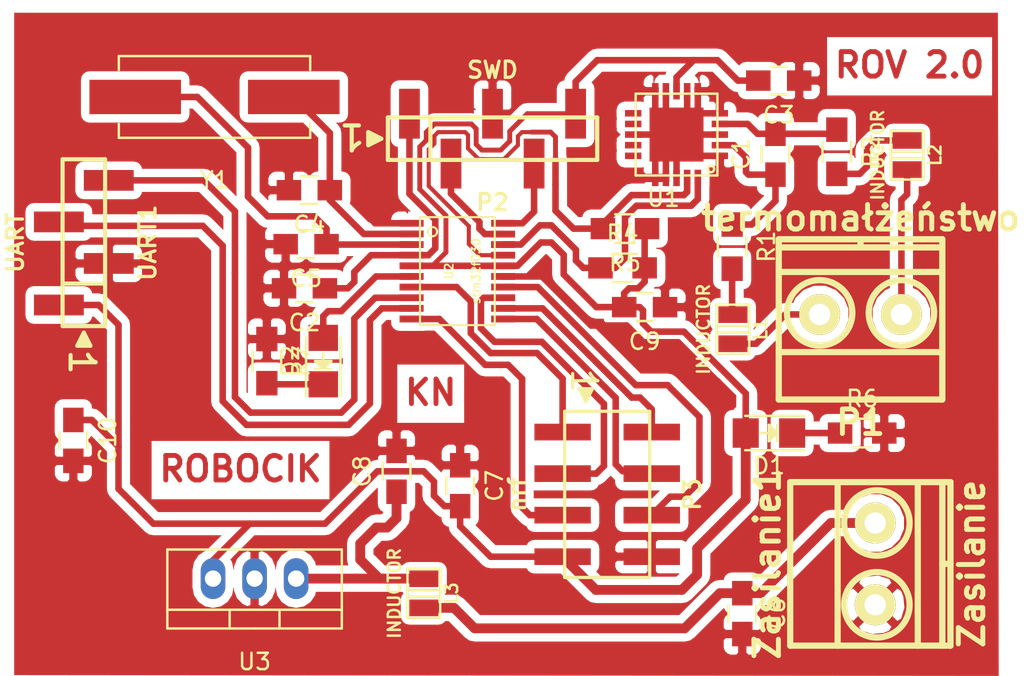
<source format=kicad_pcb>
(kicad_pcb (version 4) (host pcbnew 4.0.4-stable)

  (general
    (links 77)
    (no_connects 1)
    (area 118.215234 76.095 180.814286 117.755)
    (thickness 1.6)
    (drawings 3)
    (tracks 308)
    (zones 0)
    (modules 30)
    (nets 33)
  )

  (page A4)
  (layers
    (0 F.Cu signal)
    (31 B.Cu signal)
    (32 B.Adhes user)
    (33 F.Adhes user)
    (34 B.Paste user)
    (35 F.Paste user)
    (36 B.SilkS user)
    (37 F.SilkS user)
    (38 B.Mask user)
    (39 F.Mask user)
    (40 Dwgs.User user)
    (41 Cmts.User user)
    (42 Eco1.User user)
    (43 Eco2.User user)
    (44 Edge.Cuts user)
    (45 Margin user)
    (46 B.CrtYd user)
    (47 F.CrtYd user)
    (48 B.Fab user)
    (49 F.Fab user)
  )

  (setup
    (last_trace_width 0.4)
    (user_trace_width 0.2)
    (user_trace_width 0.3)
    (user_trace_width 0.4)
    (user_trace_width 0.5)
    (user_trace_width 0.6)
    (trace_clearance 0.2)
    (zone_clearance 0.508)
    (zone_45_only no)
    (trace_min 0.2)
    (segment_width 0.2)
    (edge_width 0.1)
    (via_size 0.6)
    (via_drill 0.4)
    (via_min_size 0.4)
    (via_min_drill 0.3)
    (uvia_size 0.3)
    (uvia_drill 0.1)
    (uvias_allowed no)
    (uvia_min_size 0.2)
    (uvia_min_drill 0.1)
    (pcb_text_width 0.3)
    (pcb_text_size 1.5 1.5)
    (mod_edge_width 0.15)
    (mod_text_size 1 1)
    (mod_text_width 0.15)
    (pad_size 1.5 1.5)
    (pad_drill 0.6)
    (pad_to_mask_clearance 0)
    (aux_axis_origin 0 0)
    (visible_elements 7FFFFFFF)
    (pcbplotparams
      (layerselection 0x00030_80000001)
      (usegerberextensions false)
      (excludeedgelayer true)
      (linewidth 0.100000)
      (plotframeref false)
      (viasonmask false)
      (mode 1)
      (useauxorigin false)
      (hpglpennumber 1)
      (hpglpenspeed 20)
      (hpglpendiameter 15)
      (hpglpenoverlay 2)
      (psnegative false)
      (psa4output false)
      (plotreference true)
      (plotvalue true)
      (plotinvisibletext false)
      (padsonsilk false)
      (subtractmaskfromsilk false)
      (outputformat 1)
      (mirror false)
      (drillshape 0)
      (scaleselection 1)
      (outputdirectory ""))
  )

  (net 0 "")
  (net 1 "Net-(C1-Pad1)")
  (net 2 "Net-(C1-Pad2)")
  (net 3 "Net-(C2-Pad1)")
  (net 4 GND)
  (net 5 +3V3)
  (net 6 "Net-(C4-Pad1)")
  (net 7 "Net-(C5-Pad1)")
  (net 8 "Net-(C6-Pad1)")
  (net 9 "Net-(C8-Pad1)")
  (net 10 "Net-(D1-Pad1)")
  (net 11 1)
  (net 12 "Net-(D2-Pad1)")
  (net 13 "Net-(L1-Pad1)")
  (net 14 "Net-(L1-Pad2)")
  (net 15 "Net-(L2-Pad1)")
  (net 16 "Net-(L2-Pad2)")
  (net 17 "Net-(P2-Pad2)")
  (net 18 "Net-(P2-Pad4)")
  (net 19 "Net-(P3-Pad6)")
  (net 20 "Net-(P3-Pad5)")
  (net 21 "Net-(P3-Pad1)")
  (net 22 "Net-(P3-Pad2)")
  (net 23 "Net-(P3-Pad3)")
  (net 24 "Net-(P3-Pad4)")
  (net 25 "Net-(R4-Pad1)")
  (net 26 "Net-(R5-Pad2)")
  (net 27 "Net-(U1-Pad11)")
  (net 28 "Net-(U1-Pad12)")
  (net 29 "Net-(U1-Pad14)")
  (net 30 "Net-(U1-Pad15)")
  (net 31 "Net-(U2-Pad8)")
  (net 32 "Net-(U2-Pad9)")

  (net_class Default "To jest domyślna klasa połączeń."
    (clearance 0.2)
    (trace_width 0.25)
    (via_dia 0.6)
    (via_drill 0.4)
    (uvia_dia 0.3)
    (uvia_drill 0.1)
    (add_net +3V3)
    (add_net 1)
    (add_net GND)
    (add_net "Net-(C1-Pad1)")
    (add_net "Net-(C1-Pad2)")
    (add_net "Net-(C2-Pad1)")
    (add_net "Net-(C4-Pad1)")
    (add_net "Net-(C5-Pad1)")
    (add_net "Net-(C6-Pad1)")
    (add_net "Net-(C8-Pad1)")
    (add_net "Net-(D1-Pad1)")
    (add_net "Net-(D2-Pad1)")
    (add_net "Net-(L1-Pad1)")
    (add_net "Net-(L1-Pad2)")
    (add_net "Net-(L2-Pad1)")
    (add_net "Net-(L2-Pad2)")
    (add_net "Net-(P2-Pad2)")
    (add_net "Net-(P2-Pad4)")
    (add_net "Net-(P3-Pad1)")
    (add_net "Net-(P3-Pad2)")
    (add_net "Net-(P3-Pad3)")
    (add_net "Net-(P3-Pad4)")
    (add_net "Net-(P3-Pad5)")
    (add_net "Net-(P3-Pad6)")
    (add_net "Net-(R4-Pad1)")
    (add_net "Net-(R5-Pad2)")
    (add_net "Net-(U1-Pad11)")
    (add_net "Net-(U1-Pad12)")
    (add_net "Net-(U1-Pad14)")
    (add_net "Net-(U1-Pad15)")
    (add_net "Net-(U2-Pad8)")
    (add_net "Net-(U2-Pad9)")
  )

  (module w_conn_mkds:mkds_1,5-2 (layer F.Cu) (tedit 532D8FC0) (tstamp 58206E0C)
    (at 171.8 110.7 90)
    (descr "2-way 5mm pitch terminal block, Phoenix MKDS series")
    (path /5812277F)
    (fp_text reference Zasilanie1 (at 0 -6.6 90) (layer F.SilkS)
      (effects (font (size 1.5 1.5) (thickness 0.3)))
    )
    (fp_text value Zasilanie (at 0 5.9 90) (layer F.SilkS)
      (effects (font (size 1.5 1.5) (thickness 0.3)))
    )
    (fp_line (start 0 4.1) (end 0 4.6) (layer F.SilkS) (width 0.381))
    (fp_circle (center 2.5 0.1) (end 0.5 0.1) (layer F.SilkS) (width 0.381))
    (fp_circle (center -2.5 0.1) (end -0.5 0.1) (layer F.SilkS) (width 0.381))
    (fp_line (start -5 2.6) (end 5 2.6) (layer F.SilkS) (width 0.381))
    (fp_line (start -5 -2.3) (end 5 -2.3) (layer F.SilkS) (width 0.381))
    (fp_line (start -5 4.1) (end 5 4.1) (layer F.SilkS) (width 0.381))
    (fp_line (start -5 4.6) (end 5 4.6) (layer F.SilkS) (width 0.381))
    (fp_line (start 5 4.6) (end 5 -5.2) (layer F.SilkS) (width 0.381))
    (fp_line (start 5 -5.2) (end -5 -5.2) (layer F.SilkS) (width 0.381))
    (fp_line (start -5 -5.2) (end -5 4.6) (layer F.SilkS) (width 0.381))
    (pad 1 thru_hole circle (at -2.5 0 90) (size 2.5 2.5) (drill 1.3) (layers *.Cu *.Mask F.SilkS)
      (net 4 GND))
    (pad 2 thru_hole circle (at 2.5 0 90) (size 2.5 2.5) (drill 1.3) (layers *.Cu *.Mask F.SilkS)
      (net 8 "Net-(C6-Pad1)"))
    (model walter/conn_mkds/mkds_1,5-2.wrl
      (at (xyz 0 0 0))
      (scale (xyz 1 1 1))
      (rotate (xyz 0 0 0))
    )
    (model "C:/Users/Kuba/Desktop/rov2/termopara/modele 3d/conn/walter/conn_mkds/mkds_1,5-2.wrl"
      (at (xyz 0 0 0))
      (scale (xyz 1 1 1))
      (rotate (xyz 0 0 0))
    )
  )

  (module w_smd_dil:tssop-20 (layer F.Cu) (tedit 49E9CFE4) (tstamp 58206DF1)
    (at 146.25 92.8 270)
    (descr TSSOP-20)
    (path /58112970)
    (fp_text reference U2 (at 0 0.508 270) (layer F.SilkS)
      (effects (font (size 0.50038 0.50038) (thickness 0.09906)))
    )
    (fp_text value stm32f030 (at 0 -1.143 270) (layer F.SilkS)
      (effects (font (size 0.50038 0.50038) (thickness 0.09906)))
    )
    (fp_line (start 3.302 -2.286) (end -3.302 -2.286) (layer F.SilkS) (width 0.127))
    (fp_line (start -3.302 -2.286) (end -3.302 2.286) (layer F.SilkS) (width 0.127))
    (fp_line (start -3.302 2.286) (end 3.302 2.286) (layer F.SilkS) (width 0.127))
    (fp_line (start 3.302 2.286) (end 3.302 -2.286) (layer F.SilkS) (width 0.127))
    (fp_circle (center -2.413 1.524) (end -2.54 1.778) (layer F.SilkS) (width 0.127))
    (pad 5 smd rect (at -0.32512 2.79908 270) (size 0.4191 1.47066) (layers F.Cu F.Paste F.Mask)
      (net 5 +3V3))
    (pad 6 smd rect (at 0.32512 2.79908 270) (size 0.4191 1.47066) (layers F.Cu F.Paste F.Mask)
      (net 11 1))
    (pad 7 smd rect (at 0.97536 2.79908 270) (size 0.4191 1.47066) (layers F.Cu F.Paste F.Mask)
      (net 21 "Net-(P3-Pad1)"))
    (pad 8 smd rect (at 1.6256 2.79908 270) (size 0.4191 1.47066) (layers F.Cu F.Paste F.Mask)
      (net 31 "Net-(U2-Pad8)"))
    (pad 19 smd rect (at -2.26568 -2.794 270) (size 0.4191 1.47066) (layers F.Cu F.Paste F.Mask)
      (net 17 "Net-(P2-Pad2)"))
    (pad 2 smd rect (at -2.27584 2.79908 270) (size 0.4191 1.47066) (layers F.Cu F.Paste F.Mask)
      (net 6 "Net-(C4-Pad1)"))
    (pad 3 smd rect (at -1.6256 2.79908 270) (size 0.4191 1.47066) (layers F.Cu F.Paste F.Mask)
      (net 7 "Net-(C5-Pad1)"))
    (pad 4 smd rect (at -0.97536 2.79908 270) (size 0.4191 1.47066) (layers F.Cu F.Paste F.Mask)
      (net 3 "Net-(C2-Pad1)"))
    (pad 12 smd rect (at 2.27584 -2.79908 270) (size 0.4191 1.47066) (layers F.Cu F.Paste F.Mask)
      (net 22 "Net-(P3-Pad2)"))
    (pad 13 smd rect (at 1.6256 -2.79908 270) (size 0.4191 1.47066) (layers F.Cu F.Paste F.Mask)
      (net 23 "Net-(P3-Pad3)"))
    (pad 14 smd rect (at 0.97536 -2.79908 270) (size 0.4191 1.47066) (layers F.Cu F.Paste F.Mask)
      (net 19 "Net-(P3-Pad6)"))
    (pad 15 smd rect (at 0.32512 -2.79908 270) (size 0.4191 1.47066) (layers F.Cu F.Paste F.Mask)
      (net 4 GND))
    (pad 16 smd rect (at -0.32512 -2.79908 270) (size 0.4191 1.47066) (layers F.Cu F.Paste F.Mask)
      (net 5 +3V3))
    (pad 17 smd rect (at -0.97536 -2.79908 270) (size 0.4191 1.47066) (layers F.Cu F.Paste F.Mask)
      (net 26 "Net-(R5-Pad2)"))
    (pad 9 smd rect (at 2.27584 2.79908 270) (size 0.4191 1.47066) (layers F.Cu F.Paste F.Mask)
      (net 32 "Net-(U2-Pad9)"))
    (pad 18 smd rect (at -1.6256 -2.794 270) (size 0.4191 1.47066) (layers F.Cu F.Paste F.Mask)
      (net 25 "Net-(R4-Pad1)"))
    (pad 1 smd rect (at -2.92608 2.79908 270) (size 0.4191 1.47066) (layers F.Cu F.Paste F.Mask)
      (net 4 GND))
    (pad 10 smd rect (at 2.92608 2.79908 270) (size 0.4191 1.47066) (layers F.Cu F.Paste F.Mask)
      (net 20 "Net-(P3-Pad5)"))
    (pad 11 smd rect (at 2.92608 -2.79908 270) (size 0.4191 1.47066) (layers F.Cu F.Paste F.Mask)
      (net 24 "Net-(P3-Pad4)"))
    (pad 20 smd rect (at -2.92608 -2.79908 270) (size 0.4191 1.47066) (layers F.Cu F.Paste F.Mask)
      (net 18 "Net-(P2-Pad4)"))
    (model walter/smd_dil/tssop-20.wrl
      (at (xyz 0 0 0))
      (scale (xyz 1 1 1))
      (rotate (xyz 0 0 0))
    )
    (model "C:/Users/Kuba/Desktop/rov2/termopara/modele 3d/dil/walter/smd_dil/tssop-20.wrl"
      (at (xyz 0 0 0))
      (scale (xyz 1 1 1))
      (rotate (xyz 0 0 0))
    )
  )

  (module Capacitors_SMD:C_0805_HandSoldering (layer F.Cu) (tedit 541A9B8D) (tstamp 58206D2D)
    (at 165.7 85.65 90)
    (descr "Capacitor SMD 0805, hand soldering")
    (tags "capacitor 0805")
    (path /58113219)
    (attr smd)
    (fp_text reference C1 (at 0 -2.1 90) (layer F.SilkS)
      (effects (font (size 1 1) (thickness 0.15)))
    )
    (fp_text value 100n (at 0 2.1 90) (layer F.Fab)
      (effects (font (size 1 1) (thickness 0.15)))
    )
    (fp_line (start -1 0.625) (end -1 -0.625) (layer F.Fab) (width 0.15))
    (fp_line (start 1 0.625) (end -1 0.625) (layer F.Fab) (width 0.15))
    (fp_line (start 1 -0.625) (end 1 0.625) (layer F.Fab) (width 0.15))
    (fp_line (start -1 -0.625) (end 1 -0.625) (layer F.Fab) (width 0.15))
    (fp_line (start -2.3 -1) (end 2.3 -1) (layer F.CrtYd) (width 0.05))
    (fp_line (start -2.3 1) (end 2.3 1) (layer F.CrtYd) (width 0.05))
    (fp_line (start -2.3 -1) (end -2.3 1) (layer F.CrtYd) (width 0.05))
    (fp_line (start 2.3 -1) (end 2.3 1) (layer F.CrtYd) (width 0.05))
    (fp_line (start 0.5 -0.85) (end -0.5 -0.85) (layer F.SilkS) (width 0.15))
    (fp_line (start -0.5 0.85) (end 0.5 0.85) (layer F.SilkS) (width 0.15))
    (pad 1 smd rect (at -1.25 0 90) (size 1.5 1.25) (layers F.Cu F.Paste F.Mask)
      (net 1 "Net-(C1-Pad1)"))
    (pad 2 smd rect (at 1.25 0 90) (size 1.5 1.25) (layers F.Cu F.Paste F.Mask)
      (net 2 "Net-(C1-Pad2)"))
    (model Capacitors_SMD.3dshapes/C_0805_HandSoldering.wrl
      (at (xyz 0 0 0))
      (scale (xyz 1 1 1))
      (rotate (xyz 0 0 0))
    )
  )

  (module Capacitors_SMD:C_0805_HandSoldering (layer F.Cu) (tedit 541A9B8D) (tstamp 58206D33)
    (at 136.9 93.85 180)
    (descr "Capacitor SMD 0805, hand soldering")
    (tags "capacitor 0805")
    (path /581188E8)
    (attr smd)
    (fp_text reference C2 (at 0 -2.1 180) (layer F.SilkS)
      (effects (font (size 1 1) (thickness 0.15)))
    )
    (fp_text value 100n (at 0 2.1 180) (layer F.Fab)
      (effects (font (size 1 1) (thickness 0.15)))
    )
    (fp_line (start -1 0.625) (end -1 -0.625) (layer F.Fab) (width 0.15))
    (fp_line (start 1 0.625) (end -1 0.625) (layer F.Fab) (width 0.15))
    (fp_line (start 1 -0.625) (end 1 0.625) (layer F.Fab) (width 0.15))
    (fp_line (start -1 -0.625) (end 1 -0.625) (layer F.Fab) (width 0.15))
    (fp_line (start -2.3 -1) (end 2.3 -1) (layer F.CrtYd) (width 0.05))
    (fp_line (start -2.3 1) (end 2.3 1) (layer F.CrtYd) (width 0.05))
    (fp_line (start -2.3 -1) (end -2.3 1) (layer F.CrtYd) (width 0.05))
    (fp_line (start 2.3 -1) (end 2.3 1) (layer F.CrtYd) (width 0.05))
    (fp_line (start 0.5 -0.85) (end -0.5 -0.85) (layer F.SilkS) (width 0.15))
    (fp_line (start -0.5 0.85) (end 0.5 0.85) (layer F.SilkS) (width 0.15))
    (pad 1 smd rect (at -1.25 0 180) (size 1.5 1.25) (layers F.Cu F.Paste F.Mask)
      (net 3 "Net-(C2-Pad1)"))
    (pad 2 smd rect (at 1.25 0 180) (size 1.5 1.25) (layers F.Cu F.Paste F.Mask)
      (net 4 GND))
    (model Capacitors_SMD.3dshapes/C_0805_HandSoldering.wrl
      (at (xyz 0 0 0))
      (scale (xyz 1 1 1))
      (rotate (xyz 0 0 0))
    )
  )

  (module Capacitors_SMD:C_0805_HandSoldering (layer F.Cu) (tedit 541A9B8D) (tstamp 58206D39)
    (at 165.9 81.15 180)
    (descr "Capacitor SMD 0805, hand soldering")
    (tags "capacitor 0805")
    (path /5811DCD5)
    (attr smd)
    (fp_text reference C3 (at 0 -2.1 180) (layer F.SilkS)
      (effects (font (size 1 1) (thickness 0.15)))
    )
    (fp_text value 100n (at 0 2.1 180) (layer F.Fab)
      (effects (font (size 1 1) (thickness 0.15)))
    )
    (fp_line (start -1 0.625) (end -1 -0.625) (layer F.Fab) (width 0.15))
    (fp_line (start 1 0.625) (end -1 0.625) (layer F.Fab) (width 0.15))
    (fp_line (start 1 -0.625) (end 1 0.625) (layer F.Fab) (width 0.15))
    (fp_line (start -1 -0.625) (end 1 -0.625) (layer F.Fab) (width 0.15))
    (fp_line (start -2.3 -1) (end 2.3 -1) (layer F.CrtYd) (width 0.05))
    (fp_line (start -2.3 1) (end 2.3 1) (layer F.CrtYd) (width 0.05))
    (fp_line (start -2.3 -1) (end -2.3 1) (layer F.CrtYd) (width 0.05))
    (fp_line (start 2.3 -1) (end 2.3 1) (layer F.CrtYd) (width 0.05))
    (fp_line (start 0.5 -0.85) (end -0.5 -0.85) (layer F.SilkS) (width 0.15))
    (fp_line (start -0.5 0.85) (end 0.5 0.85) (layer F.SilkS) (width 0.15))
    (pad 1 smd rect (at -1.25 0 180) (size 1.5 1.25) (layers F.Cu F.Paste F.Mask)
      (net 4 GND))
    (pad 2 smd rect (at 1.25 0 180) (size 1.5 1.25) (layers F.Cu F.Paste F.Mask)
      (net 5 +3V3))
    (model Capacitors_SMD.3dshapes/C_0805_HandSoldering.wrl
      (at (xyz 0 0 0))
      (scale (xyz 1 1 1))
      (rotate (xyz 0 0 0))
    )
  )

  (module Capacitors_SMD:C_0805_HandSoldering (layer F.Cu) (tedit 541A9B8D) (tstamp 58206D3F)
    (at 137.2 87.85 180)
    (descr "Capacitor SMD 0805, hand soldering")
    (tags "capacitor 0805")
    (path /581135BA)
    (attr smd)
    (fp_text reference C4 (at 0 -2.1 180) (layer F.SilkS)
      (effects (font (size 1 1) (thickness 0.15)))
    )
    (fp_text value 20p (at 0 2.1 180) (layer F.Fab)
      (effects (font (size 1 1) (thickness 0.15)))
    )
    (fp_line (start -1 0.625) (end -1 -0.625) (layer F.Fab) (width 0.15))
    (fp_line (start 1 0.625) (end -1 0.625) (layer F.Fab) (width 0.15))
    (fp_line (start 1 -0.625) (end 1 0.625) (layer F.Fab) (width 0.15))
    (fp_line (start -1 -0.625) (end 1 -0.625) (layer F.Fab) (width 0.15))
    (fp_line (start -2.3 -1) (end 2.3 -1) (layer F.CrtYd) (width 0.05))
    (fp_line (start -2.3 1) (end 2.3 1) (layer F.CrtYd) (width 0.05))
    (fp_line (start -2.3 -1) (end -2.3 1) (layer F.CrtYd) (width 0.05))
    (fp_line (start 2.3 -1) (end 2.3 1) (layer F.CrtYd) (width 0.05))
    (fp_line (start 0.5 -0.85) (end -0.5 -0.85) (layer F.SilkS) (width 0.15))
    (fp_line (start -0.5 0.85) (end 0.5 0.85) (layer F.SilkS) (width 0.15))
    (pad 1 smd rect (at -1.25 0 180) (size 1.5 1.25) (layers F.Cu F.Paste F.Mask)
      (net 6 "Net-(C4-Pad1)"))
    (pad 2 smd rect (at 1.25 0 180) (size 1.5 1.25) (layers F.Cu F.Paste F.Mask)
      (net 4 GND))
    (model Capacitors_SMD.3dshapes/C_0805_HandSoldering.wrl
      (at (xyz 0 0 0))
      (scale (xyz 1 1 1))
      (rotate (xyz 0 0 0))
    )
  )

  (module Capacitors_SMD:C_0805_HandSoldering (layer F.Cu) (tedit 541A9B8D) (tstamp 58206D45)
    (at 137 91.15 180)
    (descr "Capacitor SMD 0805, hand soldering")
    (tags "capacitor 0805")
    (path /581135F9)
    (attr smd)
    (fp_text reference C5 (at 0 -2.1 180) (layer F.SilkS)
      (effects (font (size 1 1) (thickness 0.15)))
    )
    (fp_text value 20p (at 0 2.1 180) (layer F.Fab)
      (effects (font (size 1 1) (thickness 0.15)))
    )
    (fp_line (start -1 0.625) (end -1 -0.625) (layer F.Fab) (width 0.15))
    (fp_line (start 1 0.625) (end -1 0.625) (layer F.Fab) (width 0.15))
    (fp_line (start 1 -0.625) (end 1 0.625) (layer F.Fab) (width 0.15))
    (fp_line (start -1 -0.625) (end 1 -0.625) (layer F.Fab) (width 0.15))
    (fp_line (start -2.3 -1) (end 2.3 -1) (layer F.CrtYd) (width 0.05))
    (fp_line (start -2.3 1) (end 2.3 1) (layer F.CrtYd) (width 0.05))
    (fp_line (start -2.3 -1) (end -2.3 1) (layer F.CrtYd) (width 0.05))
    (fp_line (start 2.3 -1) (end 2.3 1) (layer F.CrtYd) (width 0.05))
    (fp_line (start 0.5 -0.85) (end -0.5 -0.85) (layer F.SilkS) (width 0.15))
    (fp_line (start -0.5 0.85) (end 0.5 0.85) (layer F.SilkS) (width 0.15))
    (pad 1 smd rect (at -1.25 0 180) (size 1.5 1.25) (layers F.Cu F.Paste F.Mask)
      (net 7 "Net-(C5-Pad1)"))
    (pad 2 smd rect (at 1.25 0 180) (size 1.5 1.25) (layers F.Cu F.Paste F.Mask)
      (net 4 GND))
    (model Capacitors_SMD.3dshapes/C_0805_HandSoldering.wrl
      (at (xyz 0 0 0))
      (scale (xyz 1 1 1))
      (rotate (xyz 0 0 0))
    )
  )

  (module Capacitors_SMD:C_0805_HandSoldering (layer F.Cu) (tedit 541A9B8D) (tstamp 58206D4B)
    (at 163.67 113.74 270)
    (descr "Capacitor SMD 0805, hand soldering")
    (tags "capacitor 0805")
    (path /581227D6)
    (attr smd)
    (fp_text reference C6 (at 0 -2.1 270) (layer F.SilkS)
      (effects (font (size 1 1) (thickness 0.15)))
    )
    (fp_text value 4,7u (at 0 2.1 270) (layer F.Fab)
      (effects (font (size 1 1) (thickness 0.15)))
    )
    (fp_line (start -1 0.625) (end -1 -0.625) (layer F.Fab) (width 0.15))
    (fp_line (start 1 0.625) (end -1 0.625) (layer F.Fab) (width 0.15))
    (fp_line (start 1 -0.625) (end 1 0.625) (layer F.Fab) (width 0.15))
    (fp_line (start -1 -0.625) (end 1 -0.625) (layer F.Fab) (width 0.15))
    (fp_line (start -2.3 -1) (end 2.3 -1) (layer F.CrtYd) (width 0.05))
    (fp_line (start -2.3 1) (end 2.3 1) (layer F.CrtYd) (width 0.05))
    (fp_line (start -2.3 -1) (end -2.3 1) (layer F.CrtYd) (width 0.05))
    (fp_line (start 2.3 -1) (end 2.3 1) (layer F.CrtYd) (width 0.05))
    (fp_line (start 0.5 -0.85) (end -0.5 -0.85) (layer F.SilkS) (width 0.15))
    (fp_line (start -0.5 0.85) (end 0.5 0.85) (layer F.SilkS) (width 0.15))
    (pad 1 smd rect (at -1.25 0 270) (size 1.5 1.25) (layers F.Cu F.Paste F.Mask)
      (net 8 "Net-(C6-Pad1)"))
    (pad 2 smd rect (at 1.25 0 270) (size 1.5 1.25) (layers F.Cu F.Paste F.Mask)
      (net 4 GND))
    (model Capacitors_SMD.3dshapes/C_0805_HandSoldering.wrl
      (at (xyz 0 0 0))
      (scale (xyz 1 1 1))
      (rotate (xyz 0 0 0))
    )
  )

  (module Capacitors_SMD:C_0805_HandSoldering (layer F.Cu) (tedit 541A9B8D) (tstamp 58206D51)
    (at 146.42 105.92 270)
    (descr "Capacitor SMD 0805, hand soldering")
    (tags "capacitor 0805")
    (path /5811FACB)
    (attr smd)
    (fp_text reference C7 (at 0 -2.1 270) (layer F.SilkS)
      (effects (font (size 1 1) (thickness 0.15)))
    )
    (fp_text value 100n (at 0 2.1 270) (layer F.Fab)
      (effects (font (size 1 1) (thickness 0.15)))
    )
    (fp_line (start -1 0.625) (end -1 -0.625) (layer F.Fab) (width 0.15))
    (fp_line (start 1 0.625) (end -1 0.625) (layer F.Fab) (width 0.15))
    (fp_line (start 1 -0.625) (end 1 0.625) (layer F.Fab) (width 0.15))
    (fp_line (start -1 -0.625) (end 1 -0.625) (layer F.Fab) (width 0.15))
    (fp_line (start -2.3 -1) (end 2.3 -1) (layer F.CrtYd) (width 0.05))
    (fp_line (start -2.3 1) (end 2.3 1) (layer F.CrtYd) (width 0.05))
    (fp_line (start -2.3 -1) (end -2.3 1) (layer F.CrtYd) (width 0.05))
    (fp_line (start 2.3 -1) (end 2.3 1) (layer F.CrtYd) (width 0.05))
    (fp_line (start 0.5 -0.85) (end -0.5 -0.85) (layer F.SilkS) (width 0.15))
    (fp_line (start -0.5 0.85) (end 0.5 0.85) (layer F.SilkS) (width 0.15))
    (pad 1 smd rect (at -1.25 0 270) (size 1.5 1.25) (layers F.Cu F.Paste F.Mask)
      (net 4 GND))
    (pad 2 smd rect (at 1.25 0 270) (size 1.5 1.25) (layers F.Cu F.Paste F.Mask)
      (net 5 +3V3))
    (model Capacitors_SMD.3dshapes/C_0805_HandSoldering.wrl
      (at (xyz 0 0 0))
      (scale (xyz 1 1 1))
      (rotate (xyz 0 0 0))
    )
  )

  (module Capacitors_SMD:C_0805_HandSoldering (layer F.Cu) (tedit 541A9B8D) (tstamp 58206D5D)
    (at 157.7 95 180)
    (descr "Capacitor SMD 0805, hand soldering")
    (tags "capacitor 0805")
    (path /58120B82)
    (attr smd)
    (fp_text reference C9 (at 0 -2.1 180) (layer F.SilkS)
      (effects (font (size 1 1) (thickness 0.15)))
    )
    (fp_text value 100n (at 0 2.1 180) (layer F.Fab)
      (effects (font (size 1 1) (thickness 0.15)))
    )
    (fp_line (start -1 0.625) (end -1 -0.625) (layer F.Fab) (width 0.15))
    (fp_line (start 1 0.625) (end -1 0.625) (layer F.Fab) (width 0.15))
    (fp_line (start 1 -0.625) (end 1 0.625) (layer F.Fab) (width 0.15))
    (fp_line (start -1 -0.625) (end 1 -0.625) (layer F.Fab) (width 0.15))
    (fp_line (start -2.3 -1) (end 2.3 -1) (layer F.CrtYd) (width 0.05))
    (fp_line (start -2.3 1) (end 2.3 1) (layer F.CrtYd) (width 0.05))
    (fp_line (start -2.3 -1) (end -2.3 1) (layer F.CrtYd) (width 0.05))
    (fp_line (start 2.3 -1) (end 2.3 1) (layer F.CrtYd) (width 0.05))
    (fp_line (start 0.5 -0.85) (end -0.5 -0.85) (layer F.SilkS) (width 0.15))
    (fp_line (start -0.5 0.85) (end 0.5 0.85) (layer F.SilkS) (width 0.15))
    (pad 1 smd rect (at -1.25 0 180) (size 1.5 1.25) (layers F.Cu F.Paste F.Mask)
      (net 4 GND))
    (pad 2 smd rect (at 1.25 0 180) (size 1.5 1.25) (layers F.Cu F.Paste F.Mask)
      (net 5 +3V3))
    (model Capacitors_SMD.3dshapes/C_0805_HandSoldering.wrl
      (at (xyz 0 0 0))
      (scale (xyz 1 1 1))
      (rotate (xyz 0 0 0))
    )
  )

  (module LEDs:LED_1206 (layer F.Cu) (tedit 57ABE035) (tstamp 58206D69)
    (at 165.3 102.7 180)
    (descr "LED 1206 smd package")
    (tags "LED1206 SMD")
    (path /58134DD7)
    (attr smd)
    (fp_text reference D1 (at 0 -2 180) (layer F.SilkS)
      (effects (font (size 1 1) (thickness 0.15)))
    )
    (fp_text value LED (at 0 2 180) (layer F.Fab)
      (effects (font (size 1 1) (thickness 0.15)))
    )
    (fp_line (start -0.5 -0.5) (end -0.5 0.5) (layer F.Fab) (width 0.15))
    (fp_line (start -0.5 0) (end 0 -0.5) (layer F.Fab) (width 0.15))
    (fp_line (start 0 0.5) (end -0.5 0) (layer F.Fab) (width 0.15))
    (fp_line (start 0 -0.5) (end 0 0.5) (layer F.Fab) (width 0.15))
    (fp_line (start -1.6 0.8) (end -1.6 -0.8) (layer F.Fab) (width 0.15))
    (fp_line (start 1.6 0.8) (end -1.6 0.8) (layer F.Fab) (width 0.15))
    (fp_line (start 1.6 -0.8) (end 1.6 0.8) (layer F.Fab) (width 0.15))
    (fp_line (start -1.6 -0.8) (end 1.6 -0.8) (layer F.Fab) (width 0.15))
    (fp_line (start -2.15 1.05) (end 1.45 1.05) (layer F.SilkS) (width 0.15))
    (fp_line (start -2.15 -1.05) (end 1.45 -1.05) (layer F.SilkS) (width 0.15))
    (fp_line (start -0.1 -0.3) (end -0.1 0.3) (layer F.SilkS) (width 0.15))
    (fp_line (start -0.1 0.3) (end -0.4 0) (layer F.SilkS) (width 0.15))
    (fp_line (start -0.4 0) (end -0.2 -0.2) (layer F.SilkS) (width 0.15))
    (fp_line (start -0.2 -0.2) (end -0.2 0.05) (layer F.SilkS) (width 0.15))
    (fp_line (start -0.2 0.05) (end -0.25 0) (layer F.SilkS) (width 0.15))
    (fp_line (start -0.5 -0.5) (end -0.5 0.5) (layer F.SilkS) (width 0.15))
    (fp_line (start 0 0) (end 0.5 0) (layer F.SilkS) (width 0.15))
    (fp_line (start -0.5 0) (end 0 -0.5) (layer F.SilkS) (width 0.15))
    (fp_line (start 0 -0.5) (end 0 0.5) (layer F.SilkS) (width 0.15))
    (fp_line (start 0 0.5) (end -0.5 0) (layer F.SilkS) (width 0.15))
    (fp_line (start 2.5 -1.25) (end -2.5 -1.25) (layer F.CrtYd) (width 0.05))
    (fp_line (start -2.5 -1.25) (end -2.5 1.25) (layer F.CrtYd) (width 0.05))
    (fp_line (start -2.5 1.25) (end 2.5 1.25) (layer F.CrtYd) (width 0.05))
    (fp_line (start 2.5 1.25) (end 2.5 -1.25) (layer F.CrtYd) (width 0.05))
    (pad 2 smd rect (at 1.41986 0) (size 1.59766 1.80086) (layers F.Cu F.Paste F.Mask)
      (net 5 +3V3))
    (pad 1 smd rect (at -1.41986 0) (size 1.59766 1.80086) (layers F.Cu F.Paste F.Mask)
      (net 10 "Net-(D1-Pad1)"))
    (model LEDs.3dshapes/LED_1206.wrl
      (at (xyz 0 0 0))
      (scale (xyz 1 1 1))
      (rotate (xyz 0 0 180))
    )
  )

  (module LEDs:LED_1206 (layer F.Cu) (tedit 57ABE035) (tstamp 58206D6F)
    (at 138.05 98.3 90)
    (descr "LED 1206 smd package")
    (tags "LED1206 SMD")
    (path /58114B5B)
    (attr smd)
    (fp_text reference D2 (at 0 -2 90) (layer F.SilkS)
      (effects (font (size 1 1) (thickness 0.15)))
    )
    (fp_text value LED (at 0 2 90) (layer F.Fab)
      (effects (font (size 1 1) (thickness 0.15)))
    )
    (fp_line (start -0.5 -0.5) (end -0.5 0.5) (layer F.Fab) (width 0.15))
    (fp_line (start -0.5 0) (end 0 -0.5) (layer F.Fab) (width 0.15))
    (fp_line (start 0 0.5) (end -0.5 0) (layer F.Fab) (width 0.15))
    (fp_line (start 0 -0.5) (end 0 0.5) (layer F.Fab) (width 0.15))
    (fp_line (start -1.6 0.8) (end -1.6 -0.8) (layer F.Fab) (width 0.15))
    (fp_line (start 1.6 0.8) (end -1.6 0.8) (layer F.Fab) (width 0.15))
    (fp_line (start 1.6 -0.8) (end 1.6 0.8) (layer F.Fab) (width 0.15))
    (fp_line (start -1.6 -0.8) (end 1.6 -0.8) (layer F.Fab) (width 0.15))
    (fp_line (start -2.15 1.05) (end 1.45 1.05) (layer F.SilkS) (width 0.15))
    (fp_line (start -2.15 -1.05) (end 1.45 -1.05) (layer F.SilkS) (width 0.15))
    (fp_line (start -0.1 -0.3) (end -0.1 0.3) (layer F.SilkS) (width 0.15))
    (fp_line (start -0.1 0.3) (end -0.4 0) (layer F.SilkS) (width 0.15))
    (fp_line (start -0.4 0) (end -0.2 -0.2) (layer F.SilkS) (width 0.15))
    (fp_line (start -0.2 -0.2) (end -0.2 0.05) (layer F.SilkS) (width 0.15))
    (fp_line (start -0.2 0.05) (end -0.25 0) (layer F.SilkS) (width 0.15))
    (fp_line (start -0.5 -0.5) (end -0.5 0.5) (layer F.SilkS) (width 0.15))
    (fp_line (start 0 0) (end 0.5 0) (layer F.SilkS) (width 0.15))
    (fp_line (start -0.5 0) (end 0 -0.5) (layer F.SilkS) (width 0.15))
    (fp_line (start 0 -0.5) (end 0 0.5) (layer F.SilkS) (width 0.15))
    (fp_line (start 0 0.5) (end -0.5 0) (layer F.SilkS) (width 0.15))
    (fp_line (start 2.5 -1.25) (end -2.5 -1.25) (layer F.CrtYd) (width 0.05))
    (fp_line (start -2.5 -1.25) (end -2.5 1.25) (layer F.CrtYd) (width 0.05))
    (fp_line (start -2.5 1.25) (end 2.5 1.25) (layer F.CrtYd) (width 0.05))
    (fp_line (start 2.5 1.25) (end 2.5 -1.25) (layer F.CrtYd) (width 0.05))
    (pad 2 smd rect (at 1.41986 0 270) (size 1.59766 1.80086) (layers F.Cu F.Paste F.Mask)
      (net 11 1))
    (pad 1 smd rect (at -1.41986 0 270) (size 1.59766 1.80086) (layers F.Cu F.Paste F.Mask)
      (net 12 "Net-(D2-Pad1)"))
    (model LEDs.3dshapes/LED_1206.wrl
      (at (xyz 0 0 0))
      (scale (xyz 1 1 1))
      (rotate (xyz 0 0 180))
    )
  )

  (module w_smd_inductors:inductor_smd_0805 (layer F.Cu) (tedit 50CC7939) (tstamp 58206D75)
    (at 163.1 96.35 270)
    (descr "Inductor SMD, 0805")
    (path /5812E9E2)
    (fp_text reference L1 (at 0 -1.69926 270) (layer F.SilkS)
      (effects (font (size 0.7493 0.7493) (thickness 0.14986)))
    )
    (fp_text value INDUCTOR (at 0 1.80086 270) (layer F.SilkS)
      (effects (font (size 0.7493 0.7493) (thickness 0.14986)))
    )
    (fp_line (start 0.20066 1.00076) (end 0.20066 -1.00076) (layer F.SilkS) (width 0.14986))
    (fp_line (start -0.20066 -1.00076) (end -0.20066 1.00076) (layer F.SilkS) (width 0.14986))
    (fp_line (start -1.50114 -1.00076) (end 1.50114 -1.00076) (layer F.SilkS) (width 0.14986))
    (fp_line (start 1.50114 -1.00076) (end 1.50114 1.00076) (layer F.SilkS) (width 0.14986))
    (fp_line (start 1.50114 1.00076) (end -1.50114 1.00076) (layer F.SilkS) (width 0.14986))
    (fp_line (start -1.50114 1.00076) (end -1.50114 -1.00076) (layer F.SilkS) (width 0.14986))
    (pad 1 smd rect (at -0.889 0 270) (size 1.016 1.778) (layers F.Cu F.Paste F.Mask)
      (net 13 "Net-(L1-Pad1)"))
    (pad 2 smd rect (at 0.889 0 270) (size 1.016 1.778) (layers F.Cu F.Paste F.Mask)
      (net 14 "Net-(L1-Pad2)"))
    (model walter/smd_inductors/inductor_smd_0805.wrl
      (at (xyz 0 0 0))
      (scale (xyz 1 1 1))
      (rotate (xyz 0 0 0))
    )
    (model "C:/Users/Kuba/Desktop/rov2/termopara/modele 3d/inductors/walter/smd_inductors/inductor_smd_0805.wrl"
      (at (xyz 0 0 0))
      (scale (xyz 1 1 1))
      (rotate (xyz 0 0 0))
    )
  )

  (module w_smd_inductors:inductor_smd_0805 (layer F.Cu) (tedit 50CC7939) (tstamp 58206D7B)
    (at 173.75 85.7 270)
    (descr "Inductor SMD, 0805")
    (path /5812EA51)
    (fp_text reference L2 (at 0 -1.69926 270) (layer F.SilkS)
      (effects (font (size 0.7493 0.7493) (thickness 0.14986)))
    )
    (fp_text value INDUCTOR (at 0 1.80086 270) (layer F.SilkS)
      (effects (font (size 0.7493 0.7493) (thickness 0.14986)))
    )
    (fp_line (start 0.20066 1.00076) (end 0.20066 -1.00076) (layer F.SilkS) (width 0.14986))
    (fp_line (start -0.20066 -1.00076) (end -0.20066 1.00076) (layer F.SilkS) (width 0.14986))
    (fp_line (start -1.50114 -1.00076) (end 1.50114 -1.00076) (layer F.SilkS) (width 0.14986))
    (fp_line (start 1.50114 -1.00076) (end 1.50114 1.00076) (layer F.SilkS) (width 0.14986))
    (fp_line (start 1.50114 1.00076) (end -1.50114 1.00076) (layer F.SilkS) (width 0.14986))
    (fp_line (start -1.50114 1.00076) (end -1.50114 -1.00076) (layer F.SilkS) (width 0.14986))
    (pad 1 smd rect (at -0.889 0 270) (size 1.016 1.778) (layers F.Cu F.Paste F.Mask)
      (net 15 "Net-(L2-Pad1)"))
    (pad 2 smd rect (at 0.889 0 270) (size 1.016 1.778) (layers F.Cu F.Paste F.Mask)
      (net 16 "Net-(L2-Pad2)"))
    (model walter/smd_inductors/inductor_smd_0805.wrl
      (at (xyz 0 0 0))
      (scale (xyz 1 1 1))
      (rotate (xyz 0 0 0))
    )
    (model "C:/Users/Kuba/Desktop/rov2/termopara/modele 3d/inductors/walter/smd_inductors/inductor_smd_0805.wrl"
      (at (xyz 0 0 0))
      (scale (xyz 1 1 1))
      (rotate (xyz 0 0 0))
    )
  )

  (module w_smd_inductors:inductor_smd_0805 (layer F.Cu) (tedit 50CC7939) (tstamp 58206D81)
    (at 144.2 112.5 270)
    (descr "Inductor SMD, 0805")
    (path /58131B63)
    (fp_text reference L3 (at 0 -1.69926 270) (layer F.SilkS)
      (effects (font (size 0.7493 0.7493) (thickness 0.14986)))
    )
    (fp_text value INDUCTOR (at 0 1.80086 270) (layer F.SilkS)
      (effects (font (size 0.7493 0.7493) (thickness 0.14986)))
    )
    (fp_line (start 0.20066 1.00076) (end 0.20066 -1.00076) (layer F.SilkS) (width 0.14986))
    (fp_line (start -0.20066 -1.00076) (end -0.20066 1.00076) (layer F.SilkS) (width 0.14986))
    (fp_line (start -1.50114 -1.00076) (end 1.50114 -1.00076) (layer F.SilkS) (width 0.14986))
    (fp_line (start 1.50114 -1.00076) (end 1.50114 1.00076) (layer F.SilkS) (width 0.14986))
    (fp_line (start 1.50114 1.00076) (end -1.50114 1.00076) (layer F.SilkS) (width 0.14986))
    (fp_line (start -1.50114 1.00076) (end -1.50114 -1.00076) (layer F.SilkS) (width 0.14986))
    (pad 1 smd rect (at -0.889 0 270) (size 1.016 1.778) (layers F.Cu F.Paste F.Mask)
      (net 9 "Net-(C8-Pad1)"))
    (pad 2 smd rect (at 0.889 0 270) (size 1.016 1.778) (layers F.Cu F.Paste F.Mask)
      (net 8 "Net-(C6-Pad1)"))
    (model walter/smd_inductors/inductor_smd_0805.wrl
      (at (xyz 0 0 0))
      (scale (xyz 1 1 1))
      (rotate (xyz 0 0 0))
    )
    (model "C:/Users/Kuba/Desktop/rov2/termopara/modele 3d/inductors/walter/smd_inductors/inductor_smd_0805.wrl"
      (at (xyz 0 0 0))
      (scale (xyz 1 1 1))
      (rotate (xyz 0 0 0))
    )
  )

  (module w_conn_mkds:mkds_1,5-2 (layer F.Cu) (tedit 532D8FC0) (tstamp 58206D87)
    (at 170.9 95.45 180)
    (descr "2-way 5mm pitch terminal block, Phoenix MKDS series")
    (path /58113122)
    (fp_text reference P1 (at 0 -6.6 180) (layer F.SilkS)
      (effects (font (size 1.5 1.5) (thickness 0.3)))
    )
    (fp_text value termomałżeństwo (at 0 5.9 180) (layer F.SilkS)
      (effects (font (size 1.5 1.5) (thickness 0.3)))
    )
    (fp_line (start 0 4.1) (end 0 4.6) (layer F.SilkS) (width 0.381))
    (fp_circle (center 2.5 0.1) (end 0.5 0.1) (layer F.SilkS) (width 0.381))
    (fp_circle (center -2.5 0.1) (end -0.5 0.1) (layer F.SilkS) (width 0.381))
    (fp_line (start -5 2.6) (end 5 2.6) (layer F.SilkS) (width 0.381))
    (fp_line (start -5 -2.3) (end 5 -2.3) (layer F.SilkS) (width 0.381))
    (fp_line (start -5 4.1) (end 5 4.1) (layer F.SilkS) (width 0.381))
    (fp_line (start -5 4.6) (end 5 4.6) (layer F.SilkS) (width 0.381))
    (fp_line (start 5 4.6) (end 5 -5.2) (layer F.SilkS) (width 0.381))
    (fp_line (start 5 -5.2) (end -5 -5.2) (layer F.SilkS) (width 0.381))
    (fp_line (start -5 -5.2) (end -5 4.6) (layer F.SilkS) (width 0.381))
    (pad 1 thru_hole circle (at -2.5 0 180) (size 2.5 2.5) (drill 1.3) (layers *.Cu *.Mask F.SilkS)
      (net 16 "Net-(L2-Pad2)"))
    (pad 2 thru_hole circle (at 2.5 0 180) (size 2.5 2.5) (drill 1.3) (layers *.Cu *.Mask F.SilkS)
      (net 14 "Net-(L1-Pad2)"))
    (model walter/conn_mkds/mkds_1,5-2.wrl
      (at (xyz 0 0 0))
      (scale (xyz 1 1 1))
      (rotate (xyz 0 0 0))
    )
    (model "C:/Users/Kuba/Desktop/rov2/termopara/modele 3d/conn/walter/conn_mkds/mkds_1,5-2.wrl"
      (at (xyz 0 0 0))
      (scale (xyz 1 1 1))
      (rotate (xyz 0 0 0))
    )
  )

  (module w_smd_strip:bb02-hy05a (layer F.Cu) (tedit 5204A308) (tstamp 58206D90)
    (at 148.4 84.7 180)
    (descr "Smd strip connector, 5 pin, 2.54mm pitch")
    (path /5813F150)
    (fp_text reference P2 (at 0 -3.9 180) (layer F.SilkS)
      (effects (font (size 0.99822 0.99822) (thickness 0.19812)))
    )
    (fp_text value SWD (at 0 4.2 180) (layer F.SilkS)
      (effects (font (size 0.99568 0.99568) (thickness 0.19558)))
    )
    (fp_line (start 3.8 1.3) (end 3.8 -1.3) (layer F.SilkS) (width 0.254))
    (fp_line (start -6.4 -1.3) (end 6.4 -1.3) (layer F.SilkS) (width 0.254))
    (fp_line (start 6.4 -1.3) (end 6.4 1.3) (layer F.SilkS) (width 0.254))
    (fp_line (start 6.4 1.3) (end -6.4 1.3) (layer F.SilkS) (width 0.254))
    (fp_line (start -6.4 1.3) (end -6.4 -1.3) (layer F.SilkS) (width 0.254))
    (fp_line (start 9.04 0.81) (end 8.6 0.81) (layer F.SilkS) (width 0.254))
    (fp_line (start 8.15 -0.25) (end 8.28 -0.33) (layer F.SilkS) (width 0.254))
    (fp_line (start 8.28 -0.33) (end 8.44 -0.46) (layer F.SilkS) (width 0.254))
    (fp_line (start 8.44 -0.46) (end 8.58 -0.63) (layer F.SilkS) (width 0.254))
    (fp_line (start 8.58 -0.63) (end 8.61 -0.72) (layer F.SilkS) (width 0.254))
    (fp_line (start 8.61 -0.72) (end 8.61 0.81) (layer F.SilkS) (width 0.254))
    (fp_line (start 8.61 0.81) (end 8.17 0.81) (layer F.SilkS) (width 0.254))
    (fp_line (start 7.1 0.1) (end 7.1 -0.1) (layer F.SilkS) (width 0.254))
    (fp_line (start 7.2 -0.1) (end 7.2 0.1) (layer F.SilkS) (width 0.254))
    (fp_line (start 7.3 0.2) (end 7.3 -0.2) (layer F.SilkS) (width 0.254))
    (fp_line (start 7.4 -0.2) (end 7.4 0.2) (layer F.SilkS) (width 0.254))
    (fp_line (start 7.5 0.3) (end 7.5 -0.3) (layer F.SilkS) (width 0.254))
    (fp_line (start 6.8 0) (end 7.6 0.4) (layer F.SilkS) (width 0.254))
    (fp_line (start 7.6 0.4) (end 7.6 -0.4) (layer F.SilkS) (width 0.254))
    (fp_line (start 7.6 -0.4) (end 6.8 0) (layer F.SilkS) (width 0.254))
    (pad 2 smd rect (at 2.54 -1.525 180) (size 1.27 3.05) (layers F.Cu F.Paste F.Mask)
      (net 17 "Net-(P2-Pad2)"))
    (pad 1 smd rect (at 5.08 1.525 180) (size 1.27 3.05) (layers F.Cu F.Paste F.Mask)
      (net 3 "Net-(C2-Pad1)"))
    (pad 3 smd rect (at 0 1.525 180) (size 1.27 3.05) (layers F.Cu F.Paste F.Mask)
      (net 4 GND))
    (pad 4 smd rect (at -2.54 -1.525 180) (size 1.27 3.05) (layers F.Cu F.Paste F.Mask)
      (net 18 "Net-(P2-Pad4)"))
    (pad 5 smd rect (at -5.08 1.525 180) (size 1.27 3.05) (layers F.Cu F.Paste F.Mask)
      (net 5 +3V3))
    (model walter/smd_strip/BB02-HY05A.wrl
      (at (xyz 0 0 0))
      (scale (xyz 1 1 1))
      (rotate (xyz 0 0 0))
    )
    (model "C:/Users/Kuba/Desktop/rov2/termopara/modele 3d/goldpiny/walter/smd_strip/BB02-HY05A.wrl"
      (at (xyz 0 0 0))
      (scale (xyz 1 1 1))
      (rotate (xyz 0 0 0))
    )
  )

  (module w_smd_strip:bb02-hp08 (layer F.Cu) (tedit 516B0D18) (tstamp 58206D9C)
    (at 155.41 106.45 270)
    (descr "Smd dual-row strip connector, 4x2 pin, 2.54mm pitch")
    (path /5820DF91)
    (fp_text reference P3 (at 0 -5.2 270) (layer F.SilkS)
      (effects (font (size 0.99822 0.99822) (thickness 0.19812)))
    )
    (fp_text value nrf (at 0 5.5 270) (layer F.SilkS)
      (effects (font (size 0.99568 0.99568) (thickness 0.19558)))
    )
    (fp_line (start 5.08 2.6) (end -5.08 2.6) (layer F.SilkS) (width 0.19812))
    (fp_line (start -5.08 -2.6) (end 5.08 -2.6) (layer F.SilkS) (width 0.19812))
    (fp_line (start 5.08 2.6) (end 5.08 -2.6) (layer F.SilkS) (width 0.19812))
    (fp_line (start -5.08 -2.6) (end -5.08 2.6) (layer F.SilkS) (width 0.19812))
    (fp_line (start -6.52 2.11) (end -6.96 2.11) (layer F.SilkS) (width 0.19812))
    (fp_line (start -7.41 1.05) (end -7.28 0.97) (layer F.SilkS) (width 0.19812))
    (fp_line (start -7.28 0.97) (end -7.12 0.84) (layer F.SilkS) (width 0.19812))
    (fp_line (start -7.12 0.84) (end -6.98 0.67) (layer F.SilkS) (width 0.19812))
    (fp_line (start -6.98 0.67) (end -6.95 0.58) (layer F.SilkS) (width 0.19812))
    (fp_line (start -6.95 0.58) (end -6.95 2.11) (layer F.SilkS) (width 0.19812))
    (fp_line (start -6.95 2.11) (end -7.39 2.11) (layer F.SilkS) (width 0.19812))
    (fp_line (start -5.96 1.4) (end -5.96 1.2) (layer F.SilkS) (width 0.19812))
    (fp_line (start -6.06 1.2) (end -6.06 1.4) (layer F.SilkS) (width 0.19812))
    (fp_line (start -6.16 1.5) (end -6.16 1.1) (layer F.SilkS) (width 0.19812))
    (fp_line (start -6.26 1.1) (end -6.26 1.5) (layer F.SilkS) (width 0.19812))
    (fp_line (start -6.36 1.6) (end -6.36 1) (layer F.SilkS) (width 0.19812))
    (fp_line (start -5.66 1.3) (end -6.46 1.7) (layer F.SilkS) (width 0.19812))
    (fp_line (start -6.46 1.7) (end -6.46 0.9) (layer F.SilkS) (width 0.19812))
    (fp_line (start -6.46 0.9) (end -5.66 1.3) (layer F.SilkS) (width 0.19812))
    (pad 8 smd rect (at 3.81 -2.725 270) (size 1.02 3.45) (layers F.Cu F.Paste F.Mask)
      (net 4 GND))
    (pad 7 smd rect (at 3.81 2.725 270) (size 1.02 3.45) (layers F.Cu F.Paste F.Mask)
      (net 5 +3V3))
    (pad 6 smd rect (at 1.27 -2.725 270) (size 1.02 3.45) (layers F.Cu F.Paste F.Mask)
      (net 19 "Net-(P3-Pad6)"))
    (pad 5 smd rect (at 1.27 2.725 270) (size 1.02 3.45) (layers F.Cu F.Paste F.Mask)
      (net 20 "Net-(P3-Pad5)"))
    (pad 1 smd rect (at -3.81 2.725 270) (size 1.02 3.45) (layers F.Cu F.Paste F.Mask)
      (net 21 "Net-(P3-Pad1)"))
    (pad 2 smd rect (at -3.81 -2.725 270) (size 1.02 3.45) (layers F.Cu F.Paste F.Mask)
      (net 22 "Net-(P3-Pad2)"))
    (pad 3 smd rect (at -1.27 2.725 270) (size 1.02 3.45) (layers F.Cu F.Paste F.Mask)
      (net 23 "Net-(P3-Pad3)"))
    (pad 4 smd rect (at -1.27 -2.725 270) (size 1.02 3.45) (layers F.Cu F.Paste F.Mask)
      (net 24 "Net-(P3-Pad4)"))
    (model walter/smd_strip/BB02-HP08.wrl
      (at (xyz 0 0 0))
      (scale (xyz 1 1 1))
      (rotate (xyz 0 0 0))
    )
    (model "C:/Users/Kuba/Desktop/rov2/termopara/modele 3d/goldpiny/walter/smd_strip/BB02-HP08.wrl"
      (at (xyz 0 0 0))
      (scale (xyz 1 1 1))
      (rotate (xyz 0 0 0))
    )
  )

  (module Resistors_SMD:R_0805_HandSoldering (layer F.Cu) (tedit 54189DEE) (tstamp 58206DA2)
    (at 163.05 91.3 270)
    (descr "Resistor SMD 0805, hand soldering")
    (tags "resistor 0805")
    (path /581131A7)
    (attr smd)
    (fp_text reference R1 (at 0 -2.1 270) (layer F.SilkS)
      (effects (font (size 1 1) (thickness 0.15)))
    )
    (fp_text value 1k (at 0 2.1 270) (layer F.Fab)
      (effects (font (size 1 1) (thickness 0.15)))
    )
    (fp_line (start -2.4 -1) (end 2.4 -1) (layer F.CrtYd) (width 0.05))
    (fp_line (start -2.4 1) (end 2.4 1) (layer F.CrtYd) (width 0.05))
    (fp_line (start -2.4 -1) (end -2.4 1) (layer F.CrtYd) (width 0.05))
    (fp_line (start 2.4 -1) (end 2.4 1) (layer F.CrtYd) (width 0.05))
    (fp_line (start 0.6 0.875) (end -0.6 0.875) (layer F.SilkS) (width 0.15))
    (fp_line (start -0.6 -0.875) (end 0.6 -0.875) (layer F.SilkS) (width 0.15))
    (pad 1 smd rect (at -1.35 0 270) (size 1.5 1.3) (layers F.Cu F.Paste F.Mask)
      (net 1 "Net-(C1-Pad1)"))
    (pad 2 smd rect (at 1.35 0 270) (size 1.5 1.3) (layers F.Cu F.Paste F.Mask)
      (net 13 "Net-(L1-Pad1)"))
    (model Resistors_SMD.3dshapes/R_0805_HandSoldering.wrl
      (at (xyz 0 0 0))
      (scale (xyz 1 1 1))
      (rotate (xyz 0 0 0))
    )
  )

  (module Resistors_SMD:R_0805_HandSoldering (layer F.Cu) (tedit 54189DEE) (tstamp 58206DA8)
    (at 169.45 85.5 270)
    (descr "Resistor SMD 0805, hand soldering")
    (tags "resistor 0805")
    (path /581131DA)
    (attr smd)
    (fp_text reference R2 (at 0 -2.1 270) (layer F.SilkS)
      (effects (font (size 1 1) (thickness 0.15)))
    )
    (fp_text value 1k (at 0 2.1 270) (layer F.Fab)
      (effects (font (size 1 1) (thickness 0.15)))
    )
    (fp_line (start -2.4 -1) (end 2.4 -1) (layer F.CrtYd) (width 0.05))
    (fp_line (start -2.4 1) (end 2.4 1) (layer F.CrtYd) (width 0.05))
    (fp_line (start -2.4 -1) (end -2.4 1) (layer F.CrtYd) (width 0.05))
    (fp_line (start 2.4 -1) (end 2.4 1) (layer F.CrtYd) (width 0.05))
    (fp_line (start 0.6 0.875) (end -0.6 0.875) (layer F.SilkS) (width 0.15))
    (fp_line (start -0.6 -0.875) (end 0.6 -0.875) (layer F.SilkS) (width 0.15))
    (pad 1 smd rect (at -1.35 0 270) (size 1.5 1.3) (layers F.Cu F.Paste F.Mask)
      (net 2 "Net-(C1-Pad2)"))
    (pad 2 smd rect (at 1.35 0 270) (size 1.5 1.3) (layers F.Cu F.Paste F.Mask)
      (net 15 "Net-(L2-Pad1)"))
    (model Resistors_SMD.3dshapes/R_0805_HandSoldering.wrl
      (at (xyz 0 0 0))
      (scale (xyz 1 1 1))
      (rotate (xyz 0 0 0))
    )
  )

  (module Resistors_SMD:R_0805_HandSoldering (layer F.Cu) (tedit 54189DEE) (tstamp 58206DAE)
    (at 156.35 92.6)
    (descr "Resistor SMD 0805, hand soldering")
    (tags "resistor 0805")
    (path /5812FDAA)
    (attr smd)
    (fp_text reference R4 (at 0 -2.1) (layer F.SilkS)
      (effects (font (size 1 1) (thickness 0.15)))
    )
    (fp_text value 10k (at 0 2.1) (layer F.Fab)
      (effects (font (size 1 1) (thickness 0.15)))
    )
    (fp_line (start -2.4 -1) (end 2.4 -1) (layer F.CrtYd) (width 0.05))
    (fp_line (start -2.4 1) (end 2.4 1) (layer F.CrtYd) (width 0.05))
    (fp_line (start -2.4 -1) (end -2.4 1) (layer F.CrtYd) (width 0.05))
    (fp_line (start 2.4 -1) (end 2.4 1) (layer F.CrtYd) (width 0.05))
    (fp_line (start 0.6 0.875) (end -0.6 0.875) (layer F.SilkS) (width 0.15))
    (fp_line (start -0.6 -0.875) (end 0.6 -0.875) (layer F.SilkS) (width 0.15))
    (pad 1 smd rect (at -1.35 0) (size 1.5 1.3) (layers F.Cu F.Paste F.Mask)
      (net 25 "Net-(R4-Pad1)"))
    (pad 2 smd rect (at 1.35 0) (size 1.5 1.3) (layers F.Cu F.Paste F.Mask)
      (net 5 +3V3))
    (model Resistors_SMD.3dshapes/R_0805_HandSoldering.wrl
      (at (xyz 0 0 0))
      (scale (xyz 1 1 1))
      (rotate (xyz 0 0 0))
    )
  )

  (module Resistors_SMD:R_0805_HandSoldering (layer F.Cu) (tedit 54189DEE) (tstamp 58206DB4)
    (at 156.5 90.2 180)
    (descr "Resistor SMD 0805, hand soldering")
    (tags "resistor 0805")
    (path /5812FE1F)
    (attr smd)
    (fp_text reference R5 (at 0 -2.1 180) (layer F.SilkS)
      (effects (font (size 1 1) (thickness 0.15)))
    )
    (fp_text value 10k (at 0 2.1 180) (layer F.Fab)
      (effects (font (size 1 1) (thickness 0.15)))
    )
    (fp_line (start -2.4 -1) (end 2.4 -1) (layer F.CrtYd) (width 0.05))
    (fp_line (start -2.4 1) (end 2.4 1) (layer F.CrtYd) (width 0.05))
    (fp_line (start -2.4 -1) (end -2.4 1) (layer F.CrtYd) (width 0.05))
    (fp_line (start 2.4 -1) (end 2.4 1) (layer F.CrtYd) (width 0.05))
    (fp_line (start 0.6 0.875) (end -0.6 0.875) (layer F.SilkS) (width 0.15))
    (fp_line (start -0.6 -0.875) (end 0.6 -0.875) (layer F.SilkS) (width 0.15))
    (pad 1 smd rect (at -1.35 0 180) (size 1.5 1.3) (layers F.Cu F.Paste F.Mask)
      (net 5 +3V3))
    (pad 2 smd rect (at 1.35 0 180) (size 1.5 1.3) (layers F.Cu F.Paste F.Mask)
      (net 26 "Net-(R5-Pad2)"))
    (model Resistors_SMD.3dshapes/R_0805_HandSoldering.wrl
      (at (xyz 0 0 0))
      (scale (xyz 1 1 1))
      (rotate (xyz 0 0 0))
    )
  )

  (module Resistors_SMD:R_0805_HandSoldering (layer F.Cu) (tedit 54189DEE) (tstamp 58206DBA)
    (at 171 102.7)
    (descr "Resistor SMD 0805, hand soldering")
    (tags "resistor 0805")
    (path /58134E58)
    (attr smd)
    (fp_text reference R6 (at 0 -2.1) (layer F.SilkS)
      (effects (font (size 1 1) (thickness 0.15)))
    )
    (fp_text value 330 (at 0 2.1) (layer F.Fab)
      (effects (font (size 1 1) (thickness 0.15)))
    )
    (fp_line (start -2.4 -1) (end 2.4 -1) (layer F.CrtYd) (width 0.05))
    (fp_line (start -2.4 1) (end 2.4 1) (layer F.CrtYd) (width 0.05))
    (fp_line (start -2.4 -1) (end -2.4 1) (layer F.CrtYd) (width 0.05))
    (fp_line (start 2.4 -1) (end 2.4 1) (layer F.CrtYd) (width 0.05))
    (fp_line (start 0.6 0.875) (end -0.6 0.875) (layer F.SilkS) (width 0.15))
    (fp_line (start -0.6 -0.875) (end 0.6 -0.875) (layer F.SilkS) (width 0.15))
    (pad 1 smd rect (at -1.35 0) (size 1.5 1.3) (layers F.Cu F.Paste F.Mask)
      (net 10 "Net-(D1-Pad1)"))
    (pad 2 smd rect (at 1.35 0) (size 1.5 1.3) (layers F.Cu F.Paste F.Mask)
      (net 4 GND))
    (model Resistors_SMD.3dshapes/R_0805_HandSoldering.wrl
      (at (xyz 0 0 0))
      (scale (xyz 1 1 1))
      (rotate (xyz 0 0 0))
    )
  )

  (module Resistors_SMD:R_0805_HandSoldering (layer F.Cu) (tedit 54189DEE) (tstamp 58206DC0)
    (at 134.6 98.3 270)
    (descr "Resistor SMD 0805, hand soldering")
    (tags "resistor 0805")
    (path /58114E6C)
    (attr smd)
    (fp_text reference R7 (at 0 -2.1 270) (layer F.SilkS)
      (effects (font (size 1 1) (thickness 0.15)))
    )
    (fp_text value 330 (at 0 2.1 270) (layer F.Fab)
      (effects (font (size 1 1) (thickness 0.15)))
    )
    (fp_line (start -2.4 -1) (end 2.4 -1) (layer F.CrtYd) (width 0.05))
    (fp_line (start -2.4 1) (end 2.4 1) (layer F.CrtYd) (width 0.05))
    (fp_line (start -2.4 -1) (end -2.4 1) (layer F.CrtYd) (width 0.05))
    (fp_line (start 2.4 -1) (end 2.4 1) (layer F.CrtYd) (width 0.05))
    (fp_line (start 0.6 0.875) (end -0.6 0.875) (layer F.SilkS) (width 0.15))
    (fp_line (start -0.6 -0.875) (end 0.6 -0.875) (layer F.SilkS) (width 0.15))
    (pad 1 smd rect (at -1.35 0 270) (size 1.5 1.3) (layers F.Cu F.Paste F.Mask)
      (net 4 GND))
    (pad 2 smd rect (at 1.35 0 270) (size 1.5 1.3) (layers F.Cu F.Paste F.Mask)
      (net 12 "Net-(D2-Pad1)"))
    (model Resistors_SMD.3dshapes/R_0805_HandSoldering.wrl
      (at (xyz 0 0 0))
      (scale (xyz 1 1 1))
      (rotate (xyz 0 0 0))
    )
  )

  (module mcp9600:mcp9600_dp (layer F.Cu) (tedit 5813CD0D) (tstamp 58206DD9)
    (at 162.15 86.95 180)
    (path /581130A3)
    (fp_text reference U1 (at 3.3 -1.4 180) (layer F.SilkS)
      (effects (font (size 1 1) (thickness 0.15)))
    )
    (fp_text value MCP9600 (at 2.1 -2.9 180) (layer F.Fab)
      (effects (font (size 1 1) (thickness 0.15)))
    )
    (fp_circle (center 0.4 0.4) (end 0.6 0.4) (layer F.SilkS) (width 0.15))
    (fp_line (start 0 0) (end 0 5) (layer F.SilkS) (width 0.15))
    (fp_line (start 0 5) (end 5 5) (layer F.SilkS) (width 0.15))
    (fp_line (start 5 5) (end 5 0) (layer F.SilkS) (width 0.15))
    (fp_line (start 5 0) (end 0 0) (layer F.SilkS) (width 0.15))
    (pad 6 smd rect (at 1.2 5.15 270) (size 1 0.4) (layers F.Cu F.Paste F.Mask)
      (net 4 GND))
    (pad 7 smd rect (at 1.85 5.15 270) (size 1 0.4) (layers F.Cu F.Paste F.Mask)
      (net 4 GND))
    (pad 8 smd rect (at 2.5 5.15 270) (size 1 0.4) (layers F.Cu F.Paste F.Mask)
      (net 5 +3V3))
    (pad 9 smd rect (at 3.15 5.15 270) (size 1 0.4) (layers F.Cu F.Paste F.Mask)
      (net 4 GND))
    (pad 10 smd rect (at 3.8 5.15 270) (size 1 0.4) (layers F.Cu F.Paste F.Mask)
      (net 4 GND))
    (pad 11 smd rect (at 5.15 3.8 180) (size 1 0.4) (layers F.Cu F.Paste F.Mask)
      (net 27 "Net-(U1-Pad11)"))
    (pad 12 smd rect (at 5.15 3.15 180) (size 1 0.4) (layers F.Cu F.Paste F.Mask)
      (net 28 "Net-(U1-Pad12)"))
    (pad 13 smd rect (at 5.15 2.5 180) (size 1 0.4) (layers F.Cu F.Paste F.Mask)
      (net 4 GND))
    (pad 14 smd rect (at 5.15 1.85 180) (size 1 0.4) (layers F.Cu F.Paste F.Mask)
      (net 29 "Net-(U1-Pad14)"))
    (pad 15 smd rect (at 5.15 1.2 180) (size 1 0.4) (layers F.Cu F.Paste F.Mask)
      (net 30 "Net-(U1-Pad15)"))
    (pad 16 smd rect (at 3.8 -0.15 270) (size 1 0.4) (layers F.Cu F.Paste F.Mask)
      (net 4 GND))
    (pad 17 smd rect (at 3.15 -0.15 270) (size 1 0.4) (layers F.Cu F.Paste F.Mask)
      (net 4 GND))
    (pad 18 smd rect (at 2.5 -0.15 270) (size 1 0.4) (layers F.Cu F.Paste F.Mask)
      (net 4 GND))
    (pad 19 smd rect (at 1.85 -0.15 270) (size 1 0.4) (layers F.Cu F.Paste F.Mask)
      (net 26 "Net-(R5-Pad2)"))
    (pad 20 smd rect (at 1.2 -0.15 270) (size 1 0.4) (layers F.Cu F.Paste F.Mask)
      (net 25 "Net-(R4-Pad1)"))
    (pad 1 smd rect (at -0.15 1.2 180) (size 1 0.4) (layers F.Cu F.Paste F.Mask)
      (net 4 GND))
    (pad 2 smd rect (at -0.15 1.85 180) (size 1 0.4) (layers F.Cu F.Paste F.Mask)
      (net 1 "Net-(C1-Pad1)"))
    (pad 3 smd rect (at -0.15 2.5 180) (size 1 0.4) (layers F.Cu F.Paste F.Mask)
      (net 4 GND))
    (pad 4 smd rect (at -0.15 3.15 180) (size 1 0.4) (layers F.Cu F.Paste F.Mask)
      (net 2 "Net-(C1-Pad2)"))
    (pad 5 smd rect (at -0.15 3.8 180) (size 1 0.4) (layers F.Cu F.Paste F.Mask)
      (net 4 GND))
    (pad 6 smd rect (at 2.5 2.5 180) (size 3.3 3.3) (layers F.Cu F.Paste F.Mask)
      (net 4 GND))
    (model "C:/Users/Kuba/Desktop/rov2/termopara/modele 3d/walter/smd_qfn/qfn-20.wrl"
      (at (xyz 0 0 0))
      (scale (xyz 1 1 1))
      (rotate (xyz 0 0 0))
    )
  )

  (module TO_SOT_Packages_THT:TO-220_Neutral123_Vertical (layer F.Cu) (tedit 0) (tstamp 58206DF8)
    (at 133.85 111.6 180)
    (descr "TO-220, Neutral, Vertical,")
    (tags "TO-220, Neutral, Vertical,")
    (path /5813EB5A)
    (fp_text reference U3 (at 0 -5.08 180) (layer F.SilkS)
      (effects (font (size 1 1) (thickness 0.15)))
    )
    (fp_text value 7805v3 (at 0 3.81 180) (layer F.Fab)
      (effects (font (size 1 1) (thickness 0.15)))
    )
    (fp_line (start -1.524 -3.048) (end -1.524 -1.905) (layer F.SilkS) (width 0.15))
    (fp_line (start 1.524 -3.048) (end 1.524 -1.905) (layer F.SilkS) (width 0.15))
    (fp_line (start 5.334 -1.905) (end 5.334 1.778) (layer F.SilkS) (width 0.15))
    (fp_line (start 5.334 1.778) (end -5.334 1.778) (layer F.SilkS) (width 0.15))
    (fp_line (start -5.334 1.778) (end -5.334 -1.905) (layer F.SilkS) (width 0.15))
    (fp_line (start 5.334 -3.048) (end 5.334 -1.905) (layer F.SilkS) (width 0.15))
    (fp_line (start 5.334 -1.905) (end -5.334 -1.905) (layer F.SilkS) (width 0.15))
    (fp_line (start -5.334 -1.905) (end -5.334 -3.048) (layer F.SilkS) (width 0.15))
    (fp_line (start 0 -3.048) (end -5.334 -3.048) (layer F.SilkS) (width 0.15))
    (fp_line (start 0 -3.048) (end 5.334 -3.048) (layer F.SilkS) (width 0.15))
    (pad 2 thru_hole oval (at 0 0 270) (size 2.49936 1.50114) (drill 1.00076) (layers *.Cu *.Mask)
      (net 4 GND))
    (pad 1 thru_hole oval (at -2.54 0 270) (size 2.49936 1.50114) (drill 1.00076) (layers *.Cu *.Mask)
      (net 9 "Net-(C8-Pad1)"))
    (pad 3 thru_hole oval (at 2.54 0 270) (size 2.49936 1.50114) (drill 1.00076) (layers *.Cu *.Mask)
      (net 5 +3V3))
    (model TO_SOT_Packages_THT.3dshapes/TO-220_Neutral123_Vertical.wrl
      (at (xyz 0 0 0))
      (scale (xyz 0.3937 0.3937 0.3937))
      (rotate (xyz 0 0 0))
    )
  )

  (module w_smd_strip:bb02-hy04a (layer F.Cu) (tedit 52049CFC) (tstamp 58206E00)
    (at 123.41 91.06 270)
    (descr "Smd strip connector, 4 pin, 2.54mm pitch")
    (path /581339B1)
    (fp_text reference UART1 (at 0 -3.9 270) (layer F.SilkS)
      (effects (font (size 0.99822 0.99822) (thickness 0.19812)))
    )
    (fp_text value UART (at 0 4.2 270) (layer F.SilkS)
      (effects (font (size 0.99568 0.99568) (thickness 0.19558)))
    )
    (fp_line (start 2.5 1.3) (end 2.5 -1.3) (layer F.SilkS) (width 0.254))
    (fp_line (start -5.1 -1.3) (end 5.1 -1.3) (layer F.SilkS) (width 0.254))
    (fp_line (start 5.1 -1.3) (end 5.1 1.3) (layer F.SilkS) (width 0.254))
    (fp_line (start 5.1 1.3) (end -5.1 1.3) (layer F.SilkS) (width 0.254))
    (fp_line (start -5.1 1.3) (end -5.1 -1.3) (layer F.SilkS) (width 0.254))
    (fp_line (start 7.74 0.81) (end 7.3 0.81) (layer F.SilkS) (width 0.254))
    (fp_line (start 6.85 -0.25) (end 6.98 -0.33) (layer F.SilkS) (width 0.254))
    (fp_line (start 6.98 -0.33) (end 7.14 -0.46) (layer F.SilkS) (width 0.254))
    (fp_line (start 7.14 -0.46) (end 7.28 -0.63) (layer F.SilkS) (width 0.254))
    (fp_line (start 7.28 -0.63) (end 7.31 -0.72) (layer F.SilkS) (width 0.254))
    (fp_line (start 7.31 -0.72) (end 7.31 0.81) (layer F.SilkS) (width 0.254))
    (fp_line (start 7.31 0.81) (end 6.87 0.81) (layer F.SilkS) (width 0.254))
    (fp_line (start 5.8 0.1) (end 5.8 -0.1) (layer F.SilkS) (width 0.254))
    (fp_line (start 5.9 -0.1) (end 5.9 0.1) (layer F.SilkS) (width 0.254))
    (fp_line (start 6 0.2) (end 6 -0.2) (layer F.SilkS) (width 0.254))
    (fp_line (start 6.1 -0.2) (end 6.1 0.2) (layer F.SilkS) (width 0.254))
    (fp_line (start 6.2 0.3) (end 6.2 -0.3) (layer F.SilkS) (width 0.254))
    (fp_line (start 5.5 0) (end 6.3 0.4) (layer F.SilkS) (width 0.254))
    (fp_line (start 6.3 0.4) (end 6.3 -0.4) (layer F.SilkS) (width 0.254))
    (fp_line (start 6.3 -0.4) (end 5.5 0) (layer F.SilkS) (width 0.254))
    (pad 2 smd rect (at 1.27 -1.525 270) (size 1.27 3.05) (layers F.Cu F.Paste F.Mask)
      (net 4 GND))
    (pad 1 smd rect (at 3.81 1.525 270) (size 1.27 3.05) (layers F.Cu F.Paste F.Mask)
      (net 5 +3V3))
    (pad 3 smd rect (at -1.27 1.525 270) (size 1.27 3.05) (layers F.Cu F.Paste F.Mask)
      (net 32 "Net-(U2-Pad9)"))
    (pad 4 smd rect (at -3.81 -1.525 270) (size 1.27 3.05) (layers F.Cu F.Paste F.Mask)
      (net 31 "Net-(U2-Pad8)"))
    (model walter/smd_strip/BB02-HY04A.wrl
      (at (xyz 0 0 0))
      (scale (xyz 1 1 1))
      (rotate (xyz 0 0 0))
    )
    (model "C:/Users/Kuba/Desktop/rov2/termopara/modele 3d/goldpiny/walter/smd_strip/BB02-HY04A.wrl"
      (at (xyz 0 0 0))
      (scale (xyz 1 1 1))
      (rotate (xyz 0 0 0))
    )
  )

  (module Crystals:Crystal_HC49-SD_SMD (layer F.Cu) (tedit 0) (tstamp 58206E06)
    (at 131.4 82.15 180)
    (descr "Crystal Quarz HC49-SD SMD")
    (tags "Crystal Quarz HC49-SD SMD")
    (path /5811347C)
    (attr smd)
    (fp_text reference Y1 (at 0 -5.08 180) (layer F.SilkS)
      (effects (font (size 1 1) (thickness 0.15)))
    )
    (fp_text value Crystal (at 2.54 5.08 180) (layer F.Fab)
      (effects (font (size 1 1) (thickness 0.15)))
    )
    (fp_circle (center 0 0) (end 0.8509 0) (layer F.Adhes) (width 0.381))
    (fp_circle (center 0 0) (end 0.50038 0) (layer F.Adhes) (width 0.381))
    (fp_circle (center 0 0) (end 0.14986 0.0508) (layer F.Adhes) (width 0.381))
    (fp_line (start -5.84962 2.49936) (end 5.84962 2.49936) (layer F.SilkS) (width 0.15))
    (fp_line (start 5.84962 -2.49936) (end -5.84962 -2.49936) (layer F.SilkS) (width 0.15))
    (fp_line (start 5.84962 2.49936) (end 5.84962 1.651) (layer F.SilkS) (width 0.15))
    (fp_line (start 5.84962 -2.49936) (end 5.84962 -1.651) (layer F.SilkS) (width 0.15))
    (fp_line (start -5.84962 2.49936) (end -5.84962 1.651) (layer F.SilkS) (width 0.15))
    (fp_line (start -5.84962 -2.49936) (end -5.84962 -1.651) (layer F.SilkS) (width 0.15))
    (pad 1 smd rect (at -4.84886 0 180) (size 5.6007 2.10058) (layers F.Cu F.Paste F.Mask)
      (net 6 "Net-(C4-Pad1)"))
    (pad 2 smd rect (at 4.84886 0 180) (size 5.6007 2.10058) (layers F.Cu F.Paste F.Mask)
      (net 7 "Net-(C5-Pad1)"))
  )

  (module Capacitors_SMD:C_0805_HandSoldering (layer F.Cu) (tedit 541A9B8D) (tstamp 582AD194)
    (at 142.53 105.04 90)
    (descr "Capacitor SMD 0805, hand soldering")
    (tags "capacitor 0805")
    (path /582AD5FB)
    (attr smd)
    (fp_text reference C8 (at 0 -2.1 90) (layer F.SilkS)
      (effects (font (size 1 1) (thickness 0.15)))
    )
    (fp_text value 10u (at 0 2.1 90) (layer F.Fab)
      (effects (font (size 1 1) (thickness 0.15)))
    )
    (fp_line (start -1 0.625) (end -1 -0.625) (layer F.Fab) (width 0.15))
    (fp_line (start 1 0.625) (end -1 0.625) (layer F.Fab) (width 0.15))
    (fp_line (start 1 -0.625) (end 1 0.625) (layer F.Fab) (width 0.15))
    (fp_line (start -1 -0.625) (end 1 -0.625) (layer F.Fab) (width 0.15))
    (fp_line (start -2.3 -1) (end 2.3 -1) (layer F.CrtYd) (width 0.05))
    (fp_line (start -2.3 1) (end 2.3 1) (layer F.CrtYd) (width 0.05))
    (fp_line (start -2.3 -1) (end -2.3 1) (layer F.CrtYd) (width 0.05))
    (fp_line (start 2.3 -1) (end 2.3 1) (layer F.CrtYd) (width 0.05))
    (fp_line (start 0.5 -0.85) (end -0.5 -0.85) (layer F.SilkS) (width 0.15))
    (fp_line (start -0.5 0.85) (end 0.5 0.85) (layer F.SilkS) (width 0.15))
    (pad 1 smd rect (at -1.25 0 90) (size 1.5 1.25) (layers F.Cu F.Paste F.Mask)
      (net 9 "Net-(C8-Pad1)"))
    (pad 2 smd rect (at 1.25 0 90) (size 1.5 1.25) (layers F.Cu F.Paste F.Mask)
      (net 4 GND))
    (model Capacitors_SMD.3dshapes/C_0805_HandSoldering.wrl
      (at (xyz 0 0 0))
      (scale (xyz 1 1 1))
      (rotate (xyz 0 0 0))
    )
  )

  (module Capacitors_SMD:C_0805_HandSoldering (layer F.Cu) (tedit 541A9B8D) (tstamp 582AD199)
    (at 122.77 103.15 270)
    (descr "Capacitor SMD 0805, hand soldering")
    (tags "capacitor 0805")
    (path /582AD67A)
    (attr smd)
    (fp_text reference C10 (at 0 -2.1 270) (layer F.SilkS)
      (effects (font (size 1 1) (thickness 0.15)))
    )
    (fp_text value 10u (at 0 2.1 270) (layer F.Fab)
      (effects (font (size 1 1) (thickness 0.15)))
    )
    (fp_line (start -1 0.625) (end -1 -0.625) (layer F.Fab) (width 0.15))
    (fp_line (start 1 0.625) (end -1 0.625) (layer F.Fab) (width 0.15))
    (fp_line (start 1 -0.625) (end 1 0.625) (layer F.Fab) (width 0.15))
    (fp_line (start -1 -0.625) (end 1 -0.625) (layer F.Fab) (width 0.15))
    (fp_line (start -2.3 -1) (end 2.3 -1) (layer F.CrtYd) (width 0.05))
    (fp_line (start -2.3 1) (end 2.3 1) (layer F.CrtYd) (width 0.05))
    (fp_line (start -2.3 -1) (end -2.3 1) (layer F.CrtYd) (width 0.05))
    (fp_line (start 2.3 -1) (end 2.3 1) (layer F.CrtYd) (width 0.05))
    (fp_line (start 0.5 -0.85) (end -0.5 -0.85) (layer F.SilkS) (width 0.15))
    (fp_line (start -0.5 0.85) (end 0.5 0.85) (layer F.SilkS) (width 0.15))
    (pad 1 smd rect (at -1.25 0 270) (size 1.5 1.25) (layers F.Cu F.Paste F.Mask)
      (net 5 +3V3))
    (pad 2 smd rect (at 1.25 0 270) (size 1.5 1.25) (layers F.Cu F.Paste F.Mask)
      (net 4 GND))
    (model Capacitors_SMD.3dshapes/C_0805_HandSoldering.wrl
      (at (xyz 0 0 0))
      (scale (xyz 1 1 1))
      (rotate (xyz 0 0 0))
    )
  )

  (gr_text KN (at 144.62 100.22) (layer F.Cu)
    (effects (font (size 1.5 1.5) (thickness 0.3)))
  )
  (gr_text ROBOCIK (at 132.99 104.89) (layer F.Cu)
    (effects (font (size 1.5 1.5) (thickness 0.3)))
  )
  (gr_text "ROV 2.0" (at 173.9 80.2) (layer F.Cu)
    (effects (font (size 1.5 1.5) (thickness 0.3)))
  )

  (segment (start 165.7 86.9) (end 165.7 88.5) (width 0.4) (layer F.Cu) (net 1))
  (segment (start 165.7 88.5) (end 164.25 89.95) (width 0.4) (layer F.Cu) (net 1) (tstamp 5820A49A))
  (segment (start 164.25 89.95) (end 163.05 89.95) (width 0.4) (layer F.Cu) (net 1) (tstamp 5820A49C))
  (segment (start 162.3 85.1) (end 163.15 85.1) (width 0.4) (layer F.Cu) (net 1))
  (segment (start 164.05 86.9) (end 165.7 86.9) (width 0.4) (layer F.Cu) (net 1) (tstamp 5820A48A))
  (segment (start 163.9 86.75) (end 164.05 86.9) (width 0.4) (layer F.Cu) (net 1) (tstamp 5820A488))
  (segment (start 163.9 85.85) (end 163.9 86.3) (width 0.4) (layer F.Cu) (net 1) (tstamp 5820A485))
  (segment (start 163.9 86.3) (end 163.9 86.75) (width 0.4) (layer F.Cu) (net 1) (tstamp 5820A48E))
  (segment (start 163.15 85.1) (end 163.9 85.85) (width 0.4) (layer F.Cu) (net 1) (tstamp 5820A483))
  (segment (start 165.7 84.4) (end 169.2 84.4) (width 0.4) (layer F.Cu) (net 2))
  (segment (start 169.2 84.4) (end 169.45 84.15) (width 0.4) (layer F.Cu) (net 2) (tstamp 5820A4A0))
  (segment (start 162.3 83.8) (end 164 83.8) (width 0.4) (layer F.Cu) (net 2))
  (segment (start 164.6 84.4) (end 165.7 84.4) (width 0.4) (layer F.Cu) (net 2) (tstamp 5820A476))
  (segment (start 164 83.8) (end 164.6 84.4) (width 0.4) (layer F.Cu) (net 2) (tstamp 5820A475))
  (segment (start 143.45092 91.82464) (end 140.97536 91.82464) (width 0.4) (layer F.Cu) (net 3))
  (segment (start 139.55 93.85) (end 138.15 93.85) (width 0.4) (layer F.Cu) (net 3) (tstamp 5820840B))
  (segment (start 139.95 93.45) (end 139.55 93.85) (width 0.4) (layer F.Cu) (net 3) (tstamp 5820840A))
  (segment (start 139.95 92.85) (end 139.95 93.45) (width 0.4) (layer F.Cu) (net 3) (tstamp 58208408))
  (segment (start 140.97536 91.82464) (end 139.95 92.85) (width 0.4) (layer F.Cu) (net 3) (tstamp 58208406))
  (segment (start 143.45092 91.82464) (end 144.47536 91.82464) (width 0.4) (layer F.Cu) (net 3))
  (segment (start 143.32 88.07) (end 143.32 83.175) (width 0.4) (layer F.Cu) (net 3) (tstamp 58207C76))
  (segment (start 144.9 89.65) (end 143.32 88.07) (width 0.4) (layer F.Cu) (net 3) (tstamp 58207C74))
  (segment (start 144.9 91.4) (end 144.9 89.65) (width 0.4) (layer F.Cu) (net 3) (tstamp 58207C73))
  (segment (start 144.47536 91.82464) (end 144.9 91.4) (width 0.4) (layer F.Cu) (net 3) (tstamp 58207C70))
  (segment (start 162.125 99.525) (end 162.15 99.525) (width 0.4) (layer F.Cu) (net 4))
  (segment (start 163.1 100.475) (end 163.1 101.025) (width 0.4) (layer F.Cu) (net 4) (tstamp 5820EEFF))
  (segment (start 162.15 99.525) (end 163.1 100.475) (width 0.4) (layer F.Cu) (net 4) (tstamp 5820EEFB))
  (segment (start 151.45 93.12512) (end 151.45 93.15) (width 0.4) (layer F.Cu) (net 4))
  (segment (start 159.75 97.15) (end 162.125 99.525) (width 0.4) (layer F.Cu) (net 4) (tstamp 5820EEEB))
  (segment (start 157.625 97.15) (end 159.75 97.15) (width 0.4) (layer F.Cu) (net 4) (tstamp 5820EEE9))
  (segment (start 156.6 96.125) (end 157.625 97.15) (width 0.4) (layer F.Cu) (net 4) (tstamp 5820EEE8))
  (segment (start 154.425 96.125) (end 156.6 96.125) (width 0.4) (layer F.Cu) (net 4) (tstamp 5820EEE5))
  (segment (start 151.45 93.15) (end 154.425 96.125) (width 0.4) (layer F.Cu) (net 4) (tstamp 5820EEE4))
  (segment (start 143.45092 89.87392) (end 141.22392 89.87392) (width 0.4) (layer F.Cu) (net 4))
  (segment (start 141.22392 89.87392) (end 140.65 89.3) (width 0.4) (layer F.Cu) (net 4) (tstamp 5820A524))
  (segment (start 158.35 87.1) (end 158.35 85.75) (width 0.4) (layer F.Cu) (net 4))
  (segment (start 158.35 85.75) (end 159.65 84.45) (width 0.4) (layer F.Cu) (net 4) (tstamp 5820869C))
  (segment (start 159 87.1) (end 159 85.1) (width 0.4) (layer F.Cu) (net 4))
  (segment (start 159 85.1) (end 159.65 84.45) (width 0.4) (layer F.Cu) (net 4) (tstamp 58208699))
  (segment (start 159.65 87.1) (end 159.65 84.45) (width 0.4) (layer F.Cu) (net 4))
  (segment (start 157 84.45) (end 159.65 84.45) (width 0.4) (layer F.Cu) (net 4))
  (segment (start 162.3 85.75) (end 160.95 85.75) (width 0.4) (layer F.Cu) (net 4))
  (segment (start 160.95 85.75) (end 159.65 84.45) (width 0.4) (layer F.Cu) (net 4) (tstamp 58208692))
  (segment (start 162.3 84.45) (end 159.65 84.45) (width 0.4) (layer F.Cu) (net 4))
  (segment (start 162.3 83.15) (end 160.95 83.15) (width 0.4) (layer F.Cu) (net 4))
  (segment (start 160.95 83.15) (end 159.65 84.45) (width 0.4) (layer F.Cu) (net 4) (tstamp 5820868D))
  (segment (start 160.95 81.8) (end 160.95 83.15) (width 0.4) (layer F.Cu) (net 4))
  (segment (start 160.95 83.15) (end 159.65 84.45) (width 0.4) (layer F.Cu) (net 4) (tstamp 5820868A))
  (segment (start 160.3 81.8) (end 160.3 83.8) (width 0.4) (layer F.Cu) (net 4))
  (segment (start 160.3 83.8) (end 159.65 84.45) (width 0.4) (layer F.Cu) (net 4) (tstamp 58208687))
  (segment (start 159 81.8) (end 159 83.8) (width 0.4) (layer F.Cu) (net 4))
  (segment (start 159 83.8) (end 159.65 84.45) (width 0.4) (layer F.Cu) (net 4) (tstamp 58208684))
  (segment (start 158.35 81.8) (end 158.35 83.15) (width 0.4) (layer F.Cu) (net 4))
  (segment (start 158.35 83.15) (end 159.65 84.45) (width 0.4) (layer F.Cu) (net 4) (tstamp 58208681))
  (segment (start 149.04908 93.12512) (end 151.45 93.12512) (width 0.4) (layer F.Cu) (net 4))
  (segment (start 151.45 93.12512) (end 151.47488 93.12512) (width 0.4) (layer F.Cu) (net 4) (tstamp 5820DBD4))
  (segment (start 151.47488 93.12512) (end 151.6 93) (width 0.4) (layer F.Cu) (net 4) (tstamp 5820865B))
  (segment (start 122.77 101.9) (end 123.9 101.9) (width 0.4) (layer F.Cu) (net 5))
  (segment (start 123.9 101.9) (end 125.53 103.53) (width 0.4) (layer F.Cu) (net 5) (tstamp 582AD75D))
  (segment (start 131.31 111.6) (end 131.31 110.48) (width 0.4) (layer F.Cu) (net 5))
  (segment (start 131.31 110.48) (end 133.55 108.24) (width 0.4) (layer F.Cu) (net 5) (tstamp 582AD748))
  (segment (start 146.42 107.17) (end 145.46 107.17) (width 0.4) (layer F.Cu) (net 5))
  (segment (start 124.32 94.87) (end 121.885 94.87) (width 0.4) (layer F.Cu) (net 5) (tstamp 582AD745))
  (segment (start 125.53 96.08) (end 124.32 94.87) (width 0.4) (layer F.Cu) (net 5) (tstamp 582AD744))
  (segment (start 125.53 106.11) (end 125.53 103.53) (width 0.4) (layer F.Cu) (net 5) (tstamp 582AD740))
  (segment (start 125.53 103.53) (end 125.53 96.08) (width 0.4) (layer F.Cu) (net 5) (tstamp 582AD761))
  (segment (start 127.66 108.24) (end 125.53 106.11) (width 0.4) (layer F.Cu) (net 5) (tstamp 582AD73F))
  (segment (start 138.16 108.24) (end 133.55 108.24) (width 0.4) (layer F.Cu) (net 5) (tstamp 582AD737))
  (segment (start 133.55 108.24) (end 127.66 108.24) (width 0.4) (layer F.Cu) (net 5) (tstamp 582AD751))
  (segment (start 141.36 105.04) (end 138.16 108.24) (width 0.4) (layer F.Cu) (net 5) (tstamp 582AD733))
  (segment (start 144.19 105.04) (end 141.36 105.04) (width 0.4) (layer F.Cu) (net 5) (tstamp 582AD730))
  (segment (start 144.82 105.67) (end 144.19 105.04) (width 0.4) (layer F.Cu) (net 5) (tstamp 582AD72C))
  (segment (start 144.82 106.53) (end 144.82 105.67) (width 0.4) (layer F.Cu) (net 5) (tstamp 582AD72A))
  (segment (start 145.46 107.17) (end 144.82 106.53) (width 0.4) (layer F.Cu) (net 5) (tstamp 582AD728))
  (segment (start 163.88014 102.7) (end 163.88014 106.77986) (width 0.6) (layer F.Cu) (net 5))
  (segment (start 154.715 112.29) (end 152.685 110.26) (width 0.6) (layer F.Cu) (net 5) (tstamp 582AD4C5))
  (segment (start 159.98 112.29) (end 154.715 112.29) (width 0.6) (layer F.Cu) (net 5) (tstamp 582AD4C4))
  (segment (start 160.91 111.36) (end 159.98 112.29) (width 0.6) (layer F.Cu) (net 5) (tstamp 582AD4C3))
  (segment (start 160.91 109.75) (end 160.91 111.36) (width 0.6) (layer F.Cu) (net 5) (tstamp 582AD4C1))
  (segment (start 163.88014 106.77986) (end 160.91 109.75) (width 0.6) (layer F.Cu) (net 5) (tstamp 582AD4BF))
  (segment (start 146.42 107.17) (end 146.42 108.4) (width 0.4) (layer F.Cu) (net 5))
  (segment (start 146.42 108.4) (end 148.28 110.26) (width 0.4) (layer F.Cu) (net 5) (tstamp 582AD4B0))
  (segment (start 148.28 110.26) (end 152.685 110.26) (width 0.4) (layer F.Cu) (net 5) (tstamp 582AD4B1))
  (segment (start 163.88014 102.7) (end 163.88014 103.56986) (width 0.4) (layer F.Cu) (net 5))
  (segment (start 156.45 95) (end 157.4 95) (width 0.4) (layer F.Cu) (net 5))
  (segment (start 163.88014 100.28014) (end 163.88014 102.7) (width 0.4) (layer F.Cu) (net 5) (tstamp 5820A4E5))
  (segment (start 160.1 96.5) (end 163.88014 100.28014) (width 0.4) (layer F.Cu) (net 5) (tstamp 5820A4DE))
  (segment (start 158.1 96.5) (end 160.1 96.5) (width 0.4) (layer F.Cu) (net 5) (tstamp 5820A4DB))
  (segment (start 157.6 96) (end 158.1 96.5) (width 0.4) (layer F.Cu) (net 5) (tstamp 5820A4D9))
  (segment (start 157.6 95.2) (end 157.6 96) (width 0.4) (layer F.Cu) (net 5) (tstamp 5820A4D6))
  (segment (start 157.4 95) (end 157.6 95.2) (width 0.4) (layer F.Cu) (net 5) (tstamp 5820A4D4))
  (segment (start 156.45 95) (end 156.45 94.15) (width 0.4) (layer F.Cu) (net 5))
  (segment (start 156.45 94.15) (end 156.75 93.85) (width 0.4) (layer F.Cu) (net 5) (tstamp 5820A976))
  (segment (start 156.75 93.85) (end 157.3 93.85) (width 0.4) (layer F.Cu) (net 5) (tstamp 5820A977))
  (segment (start 157.3 93.85) (end 157.7 93.45) (width 0.4) (layer F.Cu) (net 5) (tstamp 5820A978))
  (segment (start 157.7 93.45) (end 157.7 92.6) (width 0.4) (layer F.Cu) (net 5) (tstamp 5820A979))
  (segment (start 149.04908 92.47488) (end 149.92512 92.47488) (width 0.4) (layer F.Cu) (net 5))
  (segment (start 149.92512 92.47488) (end 151.35 91.05) (width 0.4) (layer F.Cu) (net 5) (tstamp 5820863F))
  (segment (start 151.35 91.05) (end 152 91.05) (width 0.4) (layer F.Cu) (net 5) (tstamp 58208641))
  (segment (start 152 91.05) (end 152.75 91.8) (width 0.4) (layer F.Cu) (net 5) (tstamp 58208643))
  (segment (start 152.75 91.8) (end 152.75 93) (width 0.4) (layer F.Cu) (net 5) (tstamp 58208644))
  (segment (start 152.75 93) (end 154.75 95) (width 0.4) (layer F.Cu) (net 5) (tstamp 58208646))
  (segment (start 154.75 95) (end 156.45 95) (width 0.4) (layer F.Cu) (net 5) (tstamp 58208647))
  (segment (start 145.3 83.8) (end 147.1 83.8) (width 0.3) (layer F.Cu) (net 5))
  (segment (start 150.525 83.175) (end 153.48 83.175) (width 0.3) (layer F.Cu) (net 5) (tstamp 5820AA3C))
  (segment (start 149.45 84.25) (end 150.525 83.175) (width 0.3) (layer F.Cu) (net 5) (tstamp 5820AA3B))
  (segment (start 149.45 84.85) (end 149.45 84.25) (width 0.3) (layer F.Cu) (net 5) (tstamp 5820AA37))
  (segment (start 148.9 85.4) (end 149.45 84.85) (width 0.3) (layer F.Cu) (net 5) (tstamp 5820AA33))
  (segment (start 147.75 85.4) (end 148.9 85.4) (width 0.3) (layer F.Cu) (net 5) (tstamp 5820AA31))
  (segment (start 147.4 85.05) (end 147.75 85.4) (width 0.3) (layer F.Cu) (net 5) (tstamp 5820AA2E))
  (segment (start 147.4 84.1) (end 147.4 85.05) (width 0.3) (layer F.Cu) (net 5) (tstamp 5820AA2B))
  (segment (start 147.1 83.8) (end 147.4 84.1) (width 0.3) (layer F.Cu) (net 5) (tstamp 5820AA28))
  (segment (start 153.205 83.45) (end 153.48 83.175) (width 0.4) (layer F.Cu) (net 5) (tstamp 5820A9CA))
  (segment (start 157.7 92.6) (end 157.7 90.35) (width 0.4) (layer F.Cu) (net 5))
  (segment (start 157.7 90.35) (end 157.85 90.2) (width 0.4) (layer F.Cu) (net 5) (tstamp 5820A97C))
  (segment (start 159.65 81.8) (end 159.65 80.95) (width 0.4) (layer F.Cu) (net 5))
  (segment (start 159.65 80.95) (end 160.7 79.9) (width 0.4) (layer F.Cu) (net 5) (tstamp 5820A7E6))
  (segment (start 164.65 81.15) (end 163.4 81.15) (width 0.4) (layer F.Cu) (net 5))
  (segment (start 153.48 81.22) (end 153.48 83.175) (width 0.4) (layer F.Cu) (net 5) (tstamp 5820A7E2))
  (segment (start 160.7 79.9) (end 154.8 79.9) (width 0.4) (layer F.Cu) (net 5) (tstamp 5820A7EC))
  (segment (start 154.8 79.9) (end 153.48 81.22) (width 0.4) (layer F.Cu) (net 5) (tstamp 5820A7E0))
  (segment (start 162.15 79.9) (end 160.7 79.9) (width 0.4) (layer F.Cu) (net 5) (tstamp 5820A7DD))
  (segment (start 163.4 81.15) (end 162.15 79.9) (width 0.4) (layer F.Cu) (net 5) (tstamp 5820A7DC))
  (segment (start 144.72512 92.47488) (end 145.55 91.65) (width 0.3) (layer F.Cu) (net 5) (tstamp 58207D20))
  (segment (start 144.35 84.8) (end 144.35 84.3) (width 0.3) (layer F.Cu) (net 5))
  (segment (start 144.85 83.8) (end 145.3 83.8) (width 0.3) (layer F.Cu) (net 5) (tstamp 58207DC7))
  (segment (start 144.35 84.3) (end 144.85 83.8) (width 0.3) (layer F.Cu) (net 5) (tstamp 58207DC4))
  (segment (start 144.7 92.47488) (end 144.72512 92.47488) (width 0.3) (layer F.Cu) (net 5))
  (segment (start 143.95 85.2) (end 144.35 84.8) (width 0.3) (layer F.Cu) (net 5) (tstamp 58207D2F))
  (segment (start 143.95 87.8) (end 143.95 85.2) (width 0.3) (layer F.Cu) (net 5) (tstamp 58207D29))
  (segment (start 145.55 89.4) (end 143.95 87.8) (width 0.3) (layer F.Cu) (net 5) (tstamp 58207D23))
  (segment (start 145.55 91.65) (end 145.55 89.4) (width 0.3) (layer F.Cu) (net 5) (tstamp 58207D22))
  (segment (start 143.45092 92.47488) (end 144.7 92.47488) (width 0.4) (layer F.Cu) (net 5))
  (segment (start 144.7 92.47488) (end 144.9 92.47488) (width 0.4) (layer F.Cu) (net 5) (tstamp 58207D1E))
  (segment (start 144.9 92.47488) (end 149.04908 92.47488) (width 0.4) (layer F.Cu) (net 5) (tstamp 58207C7E))
  (segment (start 138.45 87.85) (end 138.45 84.35114) (width 0.4) (layer F.Cu) (net 6))
  (segment (start 138.45 84.35114) (end 136.24886 82.15) (width 0.4) (layer F.Cu) (net 6) (tstamp 5820D4E1))
  (segment (start 143.45092 90.52416) (end 140.52416 90.52416) (width 0.4) (layer F.Cu) (net 6))
  (segment (start 140.52416 90.52416) (end 138.45 88.45) (width 0.4) (layer F.Cu) (net 6) (tstamp 582088D1))
  (segment (start 138.45 88.45) (end 138.45 87.85) (width 0.4) (layer F.Cu) (net 6) (tstamp 582088D2))
  (segment (start 138.25 91.15) (end 138.25 90.2) (width 0.4) (layer F.Cu) (net 7))
  (segment (start 130.35 82.15) (end 126.55114 82.15) (width 0.4) (layer F.Cu) (net 7) (tstamp 5820D4EE))
  (segment (start 133.45 85.25) (end 130.35 82.15) (width 0.4) (layer F.Cu) (net 7) (tstamp 5820D4EC))
  (segment (start 133.45 88.25) (end 133.45 85.25) (width 0.4) (layer F.Cu) (net 7) (tstamp 5820D4EB))
  (segment (start 134.65 89.45) (end 133.45 88.25) (width 0.4) (layer F.Cu) (net 7) (tstamp 5820D4EA))
  (segment (start 137.5 89.45) (end 134.65 89.45) (width 0.4) (layer F.Cu) (net 7) (tstamp 5820D4E9))
  (segment (start 138.25 90.2) (end 137.5 89.45) (width 0.4) (layer F.Cu) (net 7) (tstamp 5820D4E8))
  (segment (start 143.45092 91.1744) (end 138.2744 91.1744) (width 0.4) (layer F.Cu) (net 7))
  (segment (start 138.2744 91.1744) (end 138.2 91.1) (width 0.4) (layer F.Cu) (net 7) (tstamp 582088C0))
  (segment (start 138.2744 91.1744) (end 138.25 91.15) (width 0.4) (layer F.Cu) (net 7) (tstamp 58208876))
  (segment (start 163.67 112.49) (end 162.3 112.49) (width 0.6) (layer F.Cu) (net 8))
  (segment (start 146.049 113.389) (end 144.2 113.389) (width 0.6) (layer F.Cu) (net 8) (tstamp 582AD557))
  (segment (start 147.3 114.64) (end 146.049 113.389) (width 0.6) (layer F.Cu) (net 8) (tstamp 582AD556))
  (segment (start 160.15 114.64) (end 147.3 114.64) (width 0.6) (layer F.Cu) (net 8) (tstamp 582AD554))
  (segment (start 162.3 112.49) (end 160.15 114.64) (width 0.6) (layer F.Cu) (net 8) (tstamp 582AD553))
  (segment (start 171.8 108.2) (end 169.08 108.2) (width 0.6) (layer F.Cu) (net 8))
  (segment (start 164.79 112.49) (end 163.67 112.49) (width 0.6) (layer F.Cu) (net 8) (tstamp 582AD54E))
  (segment (start 169.08 108.2) (end 164.79 112.49) (width 0.6) (layer F.Cu) (net 8) (tstamp 582AD54C))
  (segment (start 141.7 111.6) (end 141.47 111.6) (width 0.6) (layer F.Cu) (net 9))
  (segment (start 142.53 107.9) (end 142.53 106.29) (width 0.6) (layer F.Cu) (net 9) (tstamp 582AD4BC))
  (segment (start 141.95 108.48) (end 142.53 107.9) (width 0.6) (layer F.Cu) (net 9) (tstamp 582AD4BB))
  (segment (start 141.29 108.48) (end 141.95 108.48) (width 0.6) (layer F.Cu) (net 9) (tstamp 582AD4BA))
  (segment (start 140.31 109.46) (end 141.29 108.48) (width 0.6) (layer F.Cu) (net 9) (tstamp 582AD4B9))
  (segment (start 140.31 110.44) (end 140.31 109.46) (width 0.6) (layer F.Cu) (net 9) (tstamp 582AD4B8))
  (segment (start 141.47 111.6) (end 140.31 110.44) (width 0.6) (layer F.Cu) (net 9) (tstamp 582AD4B7))
  (segment (start 140.05 111.6) (end 141.7 111.6) (width 0.6) (layer F.Cu) (net 9))
  (segment (start 141.7 111.6) (end 144.189 111.6) (width 0.6) (layer F.Cu) (net 9) (tstamp 582AD4B5))
  (segment (start 144.189 111.6) (end 144.2 111.611) (width 0.6) (layer F.Cu) (net 9) (tstamp 5820FF77))
  (segment (start 140.05 111.6) (end 136.39 111.6) (width 0.6) (layer F.Cu) (net 9) (tstamp 5820DC18))
  (segment (start 166.71986 102.7) (end 169.65 102.7) (width 0.4) (layer F.Cu) (net 10))
  (segment (start 143.45092 93.12512) (end 141.27488 93.12512) (width 0.4) (layer F.Cu) (net 11))
  (segment (start 138.05 95.55) (end 138.05 96.88014) (width 0.4) (layer F.Cu) (net 11) (tstamp 5820D8CD))
  (segment (start 138.35 95.25) (end 138.05 95.55) (width 0.4) (layer F.Cu) (net 11) (tstamp 5820D8CC))
  (segment (start 139.15 95.25) (end 138.35 95.25) (width 0.4) (layer F.Cu) (net 11) (tstamp 5820D8CB))
  (segment (start 141.27488 93.12512) (end 139.15 95.25) (width 0.4) (layer F.Cu) (net 11) (tstamp 5820D8C9))
  (segment (start 138.05 99.71986) (end 134.66986 99.71986) (width 0.4) (layer F.Cu) (net 12))
  (segment (start 134.66986 99.71986) (end 134.6 99.65) (width 0.4) (layer F.Cu) (net 12) (tstamp 5820D8D0))
  (segment (start 163.05 92.65) (end 163.05 95.411) (width 0.4) (layer F.Cu) (net 13))
  (segment (start 163.05 95.411) (end 163.1 95.461) (width 0.4) (layer F.Cu) (net 13) (tstamp 5820A4C2))
  (segment (start 163.1 97.239) (end 164.511 97.239) (width 0.4) (layer F.Cu) (net 14))
  (segment (start 164.511 97.239) (end 166.3 95.45) (width 0.4) (layer F.Cu) (net 14) (tstamp 5820A4C6))
  (segment (start 166.3 95.45) (end 168.4 95.45) (width 0.4) (layer F.Cu) (net 14) (tstamp 5820A4C7))
  (segment (start 169.45 86.85) (end 170.85 86.85) (width 0.4) (layer F.Cu) (net 15))
  (segment (start 171.839 84.811) (end 173.75 84.811) (width 0.4) (layer F.Cu) (net 15) (tstamp 5820A4AA))
  (segment (start 171.3 85.35) (end 171.839 84.811) (width 0.4) (layer F.Cu) (net 15) (tstamp 5820A4A8))
  (segment (start 171.3 86.4) (end 171.3 85.35) (width 0.4) (layer F.Cu) (net 15) (tstamp 5820A4A5))
  (segment (start 170.85 86.85) (end 171.3 86.4) (width 0.4) (layer F.Cu) (net 15) (tstamp 5820A4A4))
  (segment (start 173.75 86.589) (end 173.75 88.1) (width 0.4) (layer F.Cu) (net 16))
  (segment (start 173.4 88.45) (end 173.4 95.45) (width 0.4) (layer F.Cu) (net 16) (tstamp 5820A4B0))
  (segment (start 173.75 88.1) (end 173.4 88.45) (width 0.4) (layer F.Cu) (net 16) (tstamp 5820A4AD))
  (segment (start 145.86 86.225) (end 145.86 88.06) (width 0.4) (layer F.Cu) (net 17))
  (segment (start 147.93432 90.53432) (end 149.044 90.53432) (width 0.4) (layer F.Cu) (net 17) (tstamp 58207AAB))
  (segment (start 147.6 90.2) (end 147.93432 90.53432) (width 0.4) (layer F.Cu) (net 17) (tstamp 58207AA8))
  (segment (start 147.6 89.8) (end 147.6 90.2) (width 0.4) (layer F.Cu) (net 17) (tstamp 58207AA4))
  (segment (start 145.86 88.06) (end 147.6 89.8) (width 0.4) (layer F.Cu) (net 17) (tstamp 58207AA2))
  (segment (start 150.94 86.225) (end 150.94 89.16) (width 0.4) (layer F.Cu) (net 18))
  (segment (start 150.22608 89.87392) (end 149.04908 89.87392) (width 0.4) (layer F.Cu) (net 18) (tstamp 58207A6D))
  (segment (start 150.94 89.16) (end 150.22608 89.87392) (width 0.4) (layer F.Cu) (net 18) (tstamp 58207A6C))
  (segment (start 149.04908 93.77536) (end 151.16536 93.77536) (width 0.4) (layer F.Cu) (net 19))
  (segment (start 159.265 106.59) (end 158.135 107.72) (width 0.4) (layer F.Cu) (net 19) (tstamp 582AD4EE))
  (segment (start 160.14 106.59) (end 159.265 106.59) (width 0.4) (layer F.Cu) (net 19) (tstamp 582AD4EC))
  (segment (start 161.05 105.68) (end 160.14 106.59) (width 0.4) (layer F.Cu) (net 19) (tstamp 582AD4EA))
  (segment (start 161.05 101.71) (end 161.05 105.68) (width 0.4) (layer F.Cu) (net 19) (tstamp 582AD4E8))
  (segment (start 159.11 99.77) (end 161.05 101.71) (width 0.4) (layer F.Cu) (net 19) (tstamp 582AD4E6))
  (segment (start 157.16 99.77) (end 159.11 99.77) (width 0.4) (layer F.Cu) (net 19) (tstamp 582AD4E5))
  (segment (start 151.16536 93.77536) (end 157.16 99.77) (width 0.4) (layer F.Cu) (net 19) (tstamp 582AD4E1))
  (segment (start 143.45092 95.72608) (end 145.14608 95.72608) (width 0.4) (layer F.Cu) (net 20))
  (segment (start 150.68 107.72) (end 152.685 107.72) (width 0.4) (layer F.Cu) (net 20) (tstamp 582AD3A9))
  (segment (start 150.21 107.25) (end 150.68 107.72) (width 0.4) (layer F.Cu) (net 20) (tstamp 582AD3A4))
  (segment (start 150.21 99.39) (end 150.21 107.25) (width 0.4) (layer F.Cu) (net 20) (tstamp 582AD3A1))
  (segment (start 149.35 98.53) (end 150.21 99.39) (width 0.4) (layer F.Cu) (net 20) (tstamp 582AD3A0))
  (segment (start 147.95 98.53) (end 149.35 98.53) (width 0.4) (layer F.Cu) (net 20) (tstamp 582AD39E))
  (segment (start 145.14608 95.72608) (end 147.95 98.53) (width 0.4) (layer F.Cu) (net 20) (tstamp 582AD39A))
  (segment (start 143.45092 93.77536) (end 146.20536 93.77536) (width 0.4) (layer F.Cu) (net 21))
  (segment (start 152.685 99.375) (end 152.685 102.64) (width 0.4) (layer F.Cu) (net 21) (tstamp 582AD391))
  (segment (start 151.12 97.81) (end 152.685 99.375) (width 0.4) (layer F.Cu) (net 21) (tstamp 582AD38E))
  (segment (start 148.28 97.81) (end 151.12 97.81) (width 0.4) (layer F.Cu) (net 21) (tstamp 582AD38C))
  (segment (start 147.07 96.6) (end 148.28 97.81) (width 0.4) (layer F.Cu) (net 21) (tstamp 582AD38A))
  (segment (start 147.07 94.64) (end 147.07 96.6) (width 0.4) (layer F.Cu) (net 21) (tstamp 582AD388))
  (segment (start 146.20536 93.77536) (end 147.07 94.64) (width 0.4) (layer F.Cu) (net 21) (tstamp 582AD386))
  (segment (start 149.04908 95.07584) (end 151.45584 95.07584) (width 0.4) (layer F.Cu) (net 22))
  (segment (start 158.135 101.245) (end 158.135 102.64) (width 0.4) (layer F.Cu) (net 22) (tstamp 582AD31D))
  (segment (start 157.42 100.53) (end 158.135 101.245) (width 0.4) (layer F.Cu) (net 22) (tstamp 582AD31B))
  (segment (start 156.91 100.53) (end 157.42 100.53) (width 0.4) (layer F.Cu) (net 22) (tstamp 582AD30F))
  (segment (start 151.45584 95.07584) (end 156.91 100.53) (width 0.4) (layer F.Cu) (net 22) (tstamp 582AD30B))
  (segment (start 149.04908 94.4256) (end 147.8644 94.4256) (width 0.4) (layer F.Cu) (net 23))
  (segment (start 154.74 105.18) (end 152.685 105.18) (width 0.4) (layer F.Cu) (net 23) (tstamp 582AD348))
  (segment (start 155.21 104.71) (end 154.74 105.18) (width 0.4) (layer F.Cu) (net 23) (tstamp 582AD347))
  (segment (start 155.21 100.92) (end 155.21 104.71) (width 0.4) (layer F.Cu) (net 23) (tstamp 582AD345))
  (segment (start 151.41 97.12) (end 155.21 100.92) (width 0.4) (layer F.Cu) (net 23) (tstamp 582AD343))
  (segment (start 148.52 97.12) (end 151.41 97.12) (width 0.4) (layer F.Cu) (net 23) (tstamp 582AD341))
  (segment (start 147.69 96.29) (end 148.52 97.12) (width 0.4) (layer F.Cu) (net 23) (tstamp 582AD33F))
  (segment (start 147.69 94.6) (end 147.69 96.29) (width 0.4) (layer F.Cu) (net 23) (tstamp 582AD33B))
  (segment (start 147.8644 94.4256) (end 147.69 94.6) (width 0.4) (layer F.Cu) (net 23) (tstamp 582AD339))
  (segment (start 149.04908 95.72608) (end 151.10608 95.72608) (width 0.4) (layer F.Cu) (net 24))
  (segment (start 156.35 105.03) (end 157.985 105.03) (width 0.4) (layer F.Cu) (net 24) (tstamp 582AD32D))
  (segment (start 155.93 104.61) (end 156.35 105.03) (width 0.4) (layer F.Cu) (net 24) (tstamp 582AD32C))
  (segment (start 155.93 100.55) (end 155.93 104.61) (width 0.4) (layer F.Cu) (net 24) (tstamp 582AD328))
  (segment (start 151.10608 95.72608) (end 155.93 100.55) (width 0.4) (layer F.Cu) (net 24) (tstamp 582AD326))
  (segment (start 157.985 105.03) (end 158.135 105.18) (width 0.4) (layer F.Cu) (net 24) (tstamp 582AD330))
  (segment (start 149.044 91.1744) (end 150.1256 91.1744) (width 0.4) (layer F.Cu) (net 25))
  (segment (start 153.95 92.6) (end 155 92.6) (width 0.4) (layer F.Cu) (net 25) (tstamp 5820862D))
  (segment (start 153.5 92.15) (end 153.95 92.6) (width 0.4) (layer F.Cu) (net 25) (tstamp 5820862C))
  (segment (start 153.5 91.5) (end 153.5 92.15) (width 0.4) (layer F.Cu) (net 25) (tstamp 5820862B))
  (segment (start 152 90) (end 153.5 91.5) (width 0.4) (layer F.Cu) (net 25) (tstamp 58208629))
  (segment (start 151.3 90) (end 152 90) (width 0.4) (layer F.Cu) (net 25) (tstamp 58208628))
  (segment (start 150.1256 91.1744) (end 151.3 90) (width 0.4) (layer F.Cu) (net 25) (tstamp 58208625))
  (segment (start 160.95 87.1) (end 160.95 88.4) (width 0.4) (layer F.Cu) (net 25))
  (segment (start 155.9 92.6) (end 155 92.6) (width 0.4) (layer F.Cu) (net 25) (tstamp 5820827D))
  (segment (start 156.5 92) (end 155.9 92.6) (width 0.4) (layer F.Cu) (net 25) (tstamp 5820827C))
  (segment (start 156.5 89.5) (end 156.5 92) (width 0.4) (layer F.Cu) (net 25) (tstamp 5820827B))
  (segment (start 157.2 88.8) (end 156.5 89.5) (width 0.4) (layer F.Cu) (net 25) (tstamp 5820827A))
  (segment (start 160.55 88.8) (end 157.2 88.8) (width 0.4) (layer F.Cu) (net 25) (tstamp 58208279))
  (segment (start 160.95 88.4) (end 160.55 88.8) (width 0.4) (layer F.Cu) (net 25) (tstamp 58208278))
  (segment (start 147.6 85.95) (end 147.55 85.95) (width 0.25) (layer F.Cu) (net 26))
  (segment (start 147.62464 91.82464) (end 149.04908 91.82464) (width 0.25) (layer F.Cu) (net 26) (tstamp 5820AA6C))
  (segment (start 146.95 91.15) (end 147.62464 91.82464) (width 0.25) (layer F.Cu) (net 26) (tstamp 5820AA6B))
  (segment (start 146.95 90.05) (end 146.95 91.15) (width 0.25) (layer F.Cu) (net 26) (tstamp 5820AA67))
  (segment (start 144.5 87.6) (end 146.95 90.05) (width 0.25) (layer F.Cu) (net 26) (tstamp 5820AA63))
  (segment (start 144.5 85.35) (end 144.5 87.6) (width 0.25) (layer F.Cu) (net 26) (tstamp 5820AA5F))
  (segment (start 144.85 85) (end 144.5 85.35) (width 0.25) (layer F.Cu) (net 26) (tstamp 5820AA5B))
  (segment (start 144.85 84.525002) (end 144.85 85) (width 0.25) (layer F.Cu) (net 26) (tstamp 5820AA54))
  (segment (start 145.075002 84.3) (end 144.85 84.525002) (width 0.25) (layer F.Cu) (net 26) (tstamp 5820AA52))
  (segment (start 146.724998 84.3) (end 145.075002 84.3) (width 0.25) (layer F.Cu) (net 26) (tstamp 5820AA4F))
  (segment (start 146.9 84.475002) (end 146.724998 84.3) (width 0.25) (layer F.Cu) (net 26) (tstamp 5820AA4D))
  (segment (start 146.9 85.3) (end 146.9 84.475002) (width 0.25) (layer F.Cu) (net 26) (tstamp 5820AA4A))
  (segment (start 147.55 85.95) (end 146.9 85.3) (width 0.25) (layer F.Cu) (net 26) (tstamp 5820AA48))
  (segment (start 150.8 84.3) (end 150.2 84.3) (width 0.25) (layer F.Cu) (net 26))
  (segment (start 147.6 85.95) (end 147.95 85.95) (width 0.25) (layer F.Cu) (net 26) (tstamp 5820A9F2))
  (segment (start 149.1 85.95) (end 147.6 85.95) (width 0.25) (layer F.Cu) (net 26) (tstamp 5820A9F1))
  (segment (start 149.95 85.1) (end 149.1 85.95) (width 0.25) (layer F.Cu) (net 26) (tstamp 5820A9EF))
  (segment (start 149.95 84.55) (end 149.95 85.1) (width 0.25) (layer F.Cu) (net 26) (tstamp 5820A9ED))
  (segment (start 150.2 84.3) (end 149.95 84.55) (width 0.25) (layer F.Cu) (net 26) (tstamp 5820A9EB))
  (segment (start 155.15 90.2) (end 153.35 90.2) (width 0.4) (layer F.Cu) (net 26))
  (segment (start 152.25 89.1) (end 152.25 87.5) (width 0.4) (layer F.Cu) (net 26) (tstamp 5820861D))
  (segment (start 153.35 90.2) (end 152.25 89.1) (width 0.4) (layer F.Cu) (net 26) (tstamp 5820861B))
  (segment (start 160.3 87.1) (end 160.3 87.95) (width 0.4) (layer F.Cu) (net 26))
  (segment (start 156.9 88.15) (end 155.15 89.9) (width 0.4) (layer F.Cu) (net 26) (tstamp 58208282))
  (segment (start 160.1 88.15) (end 156.9 88.15) (width 0.4) (layer F.Cu) (net 26) (tstamp 58208281))
  (segment (start 160.3 87.95) (end 160.1 88.15) (width 0.4) (layer F.Cu) (net 26) (tstamp 58208280))
  (segment (start 155.15 89.9) (end 155.15 90.2) (width 0.4) (layer F.Cu) (net 26) (tstamp 58208283))
  (segment (start 155.15 89.9) (end 155.15 90.2) (width 0.4) (layer F.Cu) (net 26) (tstamp 5820824D))
  (segment (start 152.25 85.95) (end 152.25 87.5) (width 0.4) (layer F.Cu) (net 26))
  (segment (start 150.8 84.3) (end 151.95 84.3) (width 0.3) (layer F.Cu) (net 26))
  (segment (start 152.25 84.6) (end 152.25 85.95) (width 0.3) (layer F.Cu) (net 26) (tstamp 58207E33))
  (segment (start 151.95 84.3) (end 152.25 84.6) (width 0.3) (layer F.Cu) (net 26) (tstamp 58207E32))
  (segment (start 150.8 84.3) (end 150.9 84.3) (width 0.25) (layer F.Cu) (net 26) (tstamp 58207E30))
  (segment (start 132.65 92.9) (end 132.65 89.15) (width 0.4) (layer F.Cu) (net 31))
  (segment (start 130.75 87.25) (end 124.935 87.25) (width 0.4) (layer F.Cu) (net 31) (tstamp 582AD79B) (status 800000))
  (segment (start 132.65 89.15) (end 130.75 87.25) (width 0.4) (layer F.Cu) (net 31) (tstamp 582AD799))
  (segment (start 143.45092 94.4256) (end 141.2244 94.4256) (width 0.4) (layer F.Cu) (net 31))
  (segment (start 141.2244 94.4256) (end 139.95 95.7) (width 0.4) (layer F.Cu) (net 31) (tstamp 5820D8FB))
  (segment (start 139.95 95.7) (end 139.95 100.65) (width 0.4) (layer F.Cu) (net 31) (tstamp 5820D8FC))
  (segment (start 139.95 100.65) (end 139.15 101.45) (width 0.4) (layer F.Cu) (net 31) (tstamp 5820D8FD))
  (segment (start 139.15 101.45) (end 133.6 101.45) (width 0.4) (layer F.Cu) (net 31) (tstamp 5820D8FE))
  (segment (start 133.6 101.45) (end 132.65 100.5) (width 0.4) (layer F.Cu) (net 31) (tstamp 5820D8FF))
  (segment (start 132.65 100.5) (end 132.65 92.9) (width 0.4) (layer F.Cu) (net 31) (tstamp 5820D900))
  (segment (start 122.125 90.03) (end 124.675 90.03) (width 0.4) (layer F.Cu) (net 32))
  (segment (start 141.62416 95.07584) (end 140.9 95.8) (width 0.4) (layer F.Cu) (net 32) (tstamp 5820D8DF))
  (segment (start 140.9 95.8) (end 140.9 100.9) (width 0.4) (layer F.Cu) (net 32) (tstamp 5820D8E0))
  (segment (start 140.9 100.9) (end 139.6 102.2) (width 0.4) (layer F.Cu) (net 32) (tstamp 5820D8E1))
  (segment (start 139.6 102.2) (end 133.35 102.2) (width 0.4) (layer F.Cu) (net 32) (tstamp 5820D8E2))
  (segment (start 133.35 102.2) (end 131.9 100.75) (width 0.4) (layer F.Cu) (net 32) (tstamp 5820D8E3))
  (segment (start 131.9 100.75) (end 131.9 91.25) (width 0.4) (layer F.Cu) (net 32) (tstamp 5820D8E4))
  (segment (start 131.9 91.25) (end 130.68 90.03) (width 0.4) (layer F.Cu) (net 32) (tstamp 5820D8E5))
  (segment (start 130.68 90.03) (end 124.675 90.03) (width 0.4) (layer F.Cu) (net 32) (tstamp 5820D8E6))
  (segment (start 141.62416 95.07584) (end 143.45092 95.07584) (width 0.4) (layer F.Cu) (net 32))
  (segment (start 122.125 90.03) (end 121.885 89.79) (width 0.4) (layer F.Cu) (net 32) (tstamp 582AD723))

  (zone (net 4) (net_name GND) (layer F.Cu) (tstamp 58208542) (hatch edge 0.508)
    (connect_pads (clearance 0.508))
    (min_thickness 0.03)
    (fill yes (arc_segments 16) (thermal_gap 0.508) (thermal_bridge_width 0.508))
    (polygon
      (pts
        (xy 179.35 117.55) (xy 119.15 117.5) (xy 119.15 77) (xy 179.3 77)
      )
    )
    (filled_polygon
      (pts
        (xy 179.334981 117.534988) (xy 119.165 117.485012) (xy 119.165 104.76975) (xy 121.622 104.76975) (xy 121.622 105.254031)
        (xy 121.701622 105.446256) (xy 121.848744 105.593378) (xy 122.040969 105.673) (xy 122.40025 105.673) (xy 122.531 105.54225)
        (xy 122.531 104.639) (xy 123.009 104.639) (xy 123.009 105.54225) (xy 123.13975 105.673) (xy 123.499031 105.673)
        (xy 123.691256 105.593378) (xy 123.838378 105.446256) (xy 123.918 105.254031) (xy 123.918 104.76975) (xy 123.78725 104.639)
        (xy 123.009 104.639) (xy 122.531 104.639) (xy 121.75275 104.639) (xy 121.622 104.76975) (xy 119.165 104.76975)
        (xy 119.165 92.69975) (xy 122.887 92.69975) (xy 122.887 93.069031) (xy 122.966622 93.261256) (xy 123.113744 93.408378)
        (xy 123.305969 93.488) (xy 124.56525 93.488) (xy 124.696 93.35725) (xy 124.696 92.569) (xy 125.174 92.569)
        (xy 125.174 93.35725) (xy 125.30475 93.488) (xy 126.564031 93.488) (xy 126.756256 93.408378) (xy 126.903378 93.261256)
        (xy 126.983 93.069031) (xy 126.983 92.69975) (xy 126.85225 92.569) (xy 125.174 92.569) (xy 124.696 92.569)
        (xy 123.01775 92.569) (xy 122.887 92.69975) (xy 119.165 92.69975) (xy 119.165 91.590969) (xy 122.887 91.590969)
        (xy 122.887 91.96025) (xy 123.01775 92.091) (xy 124.696 92.091) (xy 124.696 91.30275) (xy 125.174 91.30275)
        (xy 125.174 92.091) (xy 126.85225 92.091) (xy 126.983 91.96025) (xy 126.983 91.590969) (xy 126.903378 91.398744)
        (xy 126.756256 91.251622) (xy 126.564031 91.172) (xy 125.30475 91.172) (xy 125.174 91.30275) (xy 124.696 91.30275)
        (xy 124.56525 91.172) (xy 123.305969 91.172) (xy 123.113744 91.251622) (xy 122.966622 91.398744) (xy 122.887 91.590969)
        (xy 119.165 91.590969) (xy 119.165 89.155) (xy 119.826754 89.155) (xy 119.826754 90.425) (xy 119.863222 90.618812)
        (xy 119.977765 90.796817) (xy 120.152537 90.916234) (xy 120.36 90.958246) (xy 123.41 90.958246) (xy 123.603812 90.921778)
        (xy 123.781817 90.807235) (xy 123.818874 90.753) (xy 130.380524 90.753) (xy 131.177 91.549477) (xy 131.177 100.75)
        (xy 131.232035 101.02668) (xy 131.388762 101.261238) (xy 132.838762 102.711238) (xy 133.07332 102.867965) (xy 133.35 102.923)
        (xy 139.6 102.923) (xy 139.87668 102.867965) (xy 140.111238 102.711238) (xy 141.411238 101.411238) (xy 141.567965 101.17668)
        (xy 141.623 100.9) (xy 141.623 98.497) (xy 142.561286 98.497) (xy 142.561286 102.093) (xy 146.678715 102.093)
        (xy 146.678715 98.497) (xy 142.561286 98.497) (xy 141.623 98.497) (xy 141.623 96.099476) (xy 141.923636 95.79884)
        (xy 142.182344 95.79884) (xy 142.182344 95.93563) (xy 142.218812 96.129442) (xy 142.333355 96.307447) (xy 142.508127 96.426864)
        (xy 142.71559 96.468876) (xy 144.18625 96.468876) (xy 144.291457 96.44908) (xy 144.846604 96.44908) (xy 147.438762 99.041238)
        (xy 147.67332 99.197965) (xy 147.95 99.253) (xy 149.050524 99.253) (xy 149.487 99.689476) (xy 149.487 107.25)
        (xy 149.542035 107.52668) (xy 149.698762 107.761238) (xy 150.168762 108.231238) (xy 150.403319 108.387965) (xy 150.449223 108.397096)
        (xy 150.458544 108.39895) (xy 150.463222 108.423812) (xy 150.577765 108.601817) (xy 150.752537 108.721234) (xy 150.96 108.763246)
        (xy 154.41 108.763246) (xy 154.603812 108.726778) (xy 154.781817 108.612235) (xy 154.901234 108.437463) (xy 154.943246 108.23)
        (xy 154.943246 107.21) (xy 154.906778 107.016188) (xy 154.792235 106.838183) (xy 154.617463 106.718766) (xy 154.41 106.676754)
        (xy 150.96 106.676754) (xy 150.933 106.681834) (xy 150.933 106.217778) (xy 150.96 106.223246) (xy 154.41 106.223246)
        (xy 154.603812 106.186778) (xy 154.781817 106.072235) (xy 154.901234 105.897463) (xy 154.906833 105.869815) (xy 155.01668 105.847965)
        (xy 155.251238 105.691238) (xy 155.62 105.322476) (xy 155.838762 105.541238) (xy 155.876754 105.566624) (xy 155.876754 105.69)
        (xy 155.913222 105.883812) (xy 156.027765 106.061817) (xy 156.202537 106.181234) (xy 156.41 106.223246) (xy 158.609278 106.223246)
        (xy 158.15577 106.676754) (xy 156.41 106.676754) (xy 156.216188 106.713222) (xy 156.038183 106.827765) (xy 155.918766 107.002537)
        (xy 155.876754 107.21) (xy 155.876754 108.23) (xy 155.913222 108.423812) (xy 156.027765 108.601817) (xy 156.202537 108.721234)
        (xy 156.41 108.763246) (xy 159.86 108.763246) (xy 160.053812 108.726778) (xy 160.231817 108.612235) (xy 160.351234 108.437463)
        (xy 160.393246 108.23) (xy 160.393246 107.262626) (xy 160.41668 107.257965) (xy 160.651238 107.101238) (xy 161.561238 106.191238)
        (xy 161.717965 105.956681) (xy 161.736791 105.862035) (xy 161.773 105.68) (xy 161.773 101.71) (xy 161.717965 101.43332)
        (xy 161.561238 101.198762) (xy 159.621238 99.258762) (xy 159.38668 99.102035) (xy 159.11 99.047) (xy 157.459476 99.047)
        (xy 151.676598 93.264122) (xy 151.44204 93.107395) (xy 151.16536 93.05236) (xy 150.33722 93.05236) (xy 150.436358 92.986118)
        (xy 151.649476 91.773) (xy 151.700524 91.773) (xy 152.027 92.099476) (xy 152.027 93) (xy 152.082035 93.27668)
        (xy 152.238762 93.511238) (xy 154.238762 95.511238) (xy 154.47332 95.667965) (xy 154.75 95.723) (xy 155.185194 95.723)
        (xy 155.203222 95.818812) (xy 155.317765 95.996817) (xy 155.492537 96.116234) (xy 155.7 96.158246) (xy 156.908477 96.158246)
        (xy 156.932035 96.27668) (xy 157.088762 96.511238) (xy 157.588762 97.011238) (xy 157.82332 97.167965) (xy 158.1 97.223)
        (xy 159.800524 97.223) (xy 163.15714 100.579616) (xy 163.15714 101.266324) (xy 163.08131 101.266324) (xy 162.887498 101.302792)
        (xy 162.709493 101.417335) (xy 162.590076 101.592107) (xy 162.548064 101.79957) (xy 162.548064 103.60043) (xy 162.584532 103.794242)
        (xy 162.699075 103.972247) (xy 162.873847 104.091664) (xy 163.05714 104.128781) (xy 163.05714 106.438962) (xy 160.328051 109.168051)
        (xy 160.203736 109.354102) (xy 160.156256 109.306622) (xy 159.964031 109.227) (xy 158.50475 109.227) (xy 158.374 109.35775)
        (xy 158.374 110.021) (xy 158.394 110.021) (xy 158.394 110.499) (xy 158.374 110.499) (xy 158.374 111.16225)
        (xy 158.50475 111.293) (xy 159.813102 111.293) (xy 159.639102 111.467) (xy 155.055898 111.467) (xy 154.757062 111.168164)
        (xy 154.781817 111.152235) (xy 154.901234 110.977463) (xy 154.943246 110.77) (xy 154.943246 110.62975) (xy 155.887 110.62975)
        (xy 155.887 110.874031) (xy 155.966622 111.066256) (xy 156.113744 111.213378) (xy 156.305969 111.293) (xy 157.76525 111.293)
        (xy 157.896 111.16225) (xy 157.896 110.499) (xy 156.01775 110.499) (xy 155.887 110.62975) (xy 154.943246 110.62975)
        (xy 154.943246 109.75) (xy 154.923672 109.645969) (xy 155.887 109.645969) (xy 155.887 109.89025) (xy 156.01775 110.021)
        (xy 157.896 110.021) (xy 157.896 109.35775) (xy 157.76525 109.227) (xy 156.305969 109.227) (xy 156.113744 109.306622)
        (xy 155.966622 109.453744) (xy 155.887 109.645969) (xy 154.923672 109.645969) (xy 154.906778 109.556188) (xy 154.792235 109.378183)
        (xy 154.617463 109.258766) (xy 154.41 109.216754) (xy 150.96 109.216754) (xy 150.766188 109.253222) (xy 150.588183 109.367765)
        (xy 150.472549 109.537) (xy 148.579476 109.537) (xy 147.372943 108.330467) (xy 147.416817 108.302235) (xy 147.536234 108.127463)
        (xy 147.578246 107.92) (xy 147.578246 106.42) (xy 147.541778 106.226188) (xy 147.427235 106.048183) (xy 147.252463 105.928766)
        (xy 147.206074 105.919372) (xy 147.341256 105.863378) (xy 147.488378 105.716256) (xy 147.568 105.524031) (xy 147.568 105.03975)
        (xy 147.43725 104.909) (xy 146.659 104.909) (xy 146.659 104.929) (xy 146.181 104.929) (xy 146.181 104.909)
        (xy 145.40275 104.909) (xy 145.272 105.03975) (xy 145.272 105.099523) (xy 144.701238 104.528762) (xy 144.46668 104.372035)
        (xy 144.19 104.317) (xy 143.678 104.317) (xy 143.678 104.15975) (xy 143.54725 104.029) (xy 142.769 104.029)
        (xy 142.769 104.049) (xy 142.291 104.049) (xy 142.291 104.029) (xy 141.51275 104.029) (xy 141.382 104.15975)
        (xy 141.382 104.317) (xy 141.36 104.317) (xy 141.129223 104.362904) (xy 141.083319 104.372035) (xy 140.848762 104.528762)
        (xy 137.860524 107.517) (xy 127.959476 107.517) (xy 126.253 105.810524) (xy 126.253 103.167) (xy 127.538428 103.167)
        (xy 127.538428 106.763) (xy 138.441572 106.763) (xy 138.441572 103.815969) (xy 145.272 103.815969) (xy 145.272 104.30025)
        (xy 145.40275 104.431) (xy 146.181 104.431) (xy 146.181 103.52775) (xy 146.659 103.52775) (xy 146.659 104.431)
        (xy 147.43725 104.431) (xy 147.568 104.30025) (xy 147.568 103.815969) (xy 147.488378 103.623744) (xy 147.341256 103.476622)
        (xy 147.149031 103.397) (xy 146.78975 103.397) (xy 146.659 103.52775) (xy 146.181 103.52775) (xy 146.05025 103.397)
        (xy 145.690969 103.397) (xy 145.498744 103.476622) (xy 145.351622 103.623744) (xy 145.272 103.815969) (xy 138.441572 103.815969)
        (xy 138.441572 103.167) (xy 127.538428 103.167) (xy 126.253 103.167) (xy 126.253 102.935969) (xy 141.382 102.935969)
        (xy 141.382 103.42025) (xy 141.51275 103.551) (xy 142.291 103.551) (xy 142.291 102.64775) (xy 142.769 102.64775)
        (xy 142.769 103.551) (xy 143.54725 103.551) (xy 143.678 103.42025) (xy 143.678 102.935969) (xy 143.598378 102.743744)
        (xy 143.451256 102.596622) (xy 143.259031 102.517) (xy 142.89975 102.517) (xy 142.769 102.64775) (xy 142.291 102.64775)
        (xy 142.16025 102.517) (xy 141.800969 102.517) (xy 141.608744 102.596622) (xy 141.461622 102.743744) (xy 141.382 102.935969)
        (xy 126.253 102.935969) (xy 126.253 96.08) (xy 126.197965 95.80332) (xy 126.197965 95.803319) (xy 126.041238 95.568762)
        (xy 124.831238 94.358762) (xy 124.59668 94.202035) (xy 124.32 94.147) (xy 123.926688 94.147) (xy 123.906778 94.041188)
        (xy 123.792235 93.863183) (xy 123.617463 93.743766) (xy 123.41 93.701754) (xy 120.36 93.701754) (xy 120.166188 93.738222)
        (xy 119.988183 93.852765) (xy 119.868766 94.027537) (xy 119.826754 94.235) (xy 119.826754 95.505) (xy 119.863222 95.698812)
        (xy 119.977765 95.876817) (xy 120.152537 95.996234) (xy 120.36 96.038246) (xy 123.41 96.038246) (xy 123.603812 96.001778)
        (xy 123.781817 95.887235) (xy 123.901234 95.712463) (xy 123.925426 95.593) (xy 124.020524 95.593) (xy 124.807 96.379476)
        (xy 124.807 101.784524) (xy 124.411238 101.388762) (xy 124.17668 101.232035) (xy 123.928246 101.182618) (xy 123.928246 101.15)
        (xy 123.891778 100.956188) (xy 123.777235 100.778183) (xy 123.602463 100.658766) (xy 123.395 100.616754) (xy 122.145 100.616754)
        (xy 121.951188 100.653222) (xy 121.773183 100.767765) (xy 121.653766 100.942537) (xy 121.611754 101.15) (xy 121.611754 102.65)
        (xy 121.648222 102.843812) (xy 121.762765 103.021817) (xy 121.937537 103.141234) (xy 121.983926 103.150628) (xy 121.848744 103.206622)
        (xy 121.701622 103.353744) (xy 121.622 103.545969) (xy 121.622 104.03025) (xy 121.75275 104.161) (xy 122.531 104.161)
        (xy 122.531 104.141) (xy 123.009 104.141) (xy 123.009 104.161) (xy 123.78725 104.161) (xy 123.918 104.03025)
        (xy 123.918 103.545969) (xy 123.838378 103.353744) (xy 123.691256 103.206622) (xy 123.559909 103.152216) (xy 123.588812 103.146778)
        (xy 123.766817 103.032235) (xy 123.865432 102.887908) (xy 124.807 103.829476) (xy 124.807 106.11) (xy 124.862035 106.38668)
        (xy 125.018762 106.621238) (xy 127.148762 108.751238) (xy 127.38332 108.907965) (xy 127.66 108.963) (xy 131.804524 108.963)
        (xy 130.891735 109.875789) (xy 130.822626 109.889536) (xy 130.40945 110.165611) (xy 130.133375 110.578787) (xy 130.03643 111.066161)
        (xy 130.03643 112.133839) (xy 130.133375 112.621213) (xy 130.40945 113.034389) (xy 130.822626 113.310464) (xy 131.31 113.407409)
        (xy 131.797374 113.310464) (xy 132.21055 113.034389) (xy 132.486625 112.621213) (xy 132.57643 112.169734) (xy 132.57643 112.33811)
        (xy 132.764836 112.807291) (xy 133.118448 113.168658) (xy 133.418252 113.297264) (xy 133.611 113.216659) (xy 133.611 111.839)
        (xy 133.591 111.839) (xy 133.591 111.361) (xy 133.611 111.361) (xy 133.611 109.983341) (xy 133.418252 109.902736)
        (xy 133.118448 110.031342) (xy 132.764836 110.392709) (xy 132.57643 110.86189) (xy 132.57643 111.030266) (xy 132.486625 110.578787)
        (xy 132.385313 110.427163) (xy 133.849476 108.963) (xy 138.16 108.963) (xy 138.43668 108.907965) (xy 138.671238 108.751238)
        (xy 141.371754 106.050722) (xy 141.371754 107.04) (xy 141.408222 107.233812) (xy 141.522765 107.411817) (xy 141.697537 107.531234)
        (xy 141.707 107.53315) (xy 141.707 107.559102) (xy 141.609102 107.657) (xy 141.29 107.657) (xy 140.975052 107.719647)
        (xy 140.956512 107.732035) (xy 140.708051 107.898051) (xy 139.728051 108.878051) (xy 139.549647 109.145051) (xy 139.53069 109.240353)
        (xy 139.487 109.46) (xy 139.487 110.44) (xy 139.549647 110.754949) (xy 139.564381 110.777) (xy 137.606052 110.777)
        (xy 137.566625 110.578787) (xy 137.29055 110.165611) (xy 136.877374 109.889536) (xy 136.39 109.792591) (xy 135.902626 109.889536)
        (xy 135.48945 110.165611) (xy 135.213375 110.578787) (xy 135.12357 111.030266) (xy 135.12357 110.86189) (xy 134.935164 110.392709)
        (xy 134.581552 110.031342) (xy 134.281748 109.902736) (xy 134.089 109.983341) (xy 134.089 111.361) (xy 134.109 111.361)
        (xy 134.109 111.839) (xy 134.089 111.839) (xy 134.089 113.216659) (xy 134.281748 113.297264) (xy 134.581552 113.168658)
        (xy 134.935164 112.807291) (xy 135.12357 112.33811) (xy 135.12357 112.169734) (xy 135.213375 112.621213) (xy 135.48945 113.034389)
        (xy 135.902626 113.310464) (xy 136.39 113.407409) (xy 136.877374 113.310464) (xy 137.29055 113.034389) (xy 137.566625 112.621213)
        (xy 137.606052 112.423) (xy 142.885126 112.423) (xy 142.928765 112.490817) (xy 142.939808 112.498363) (xy 142.939183 112.498765)
        (xy 142.819766 112.673537) (xy 142.777754 112.881) (xy 142.777754 113.897) (xy 142.814222 114.090812) (xy 142.928765 114.268817)
        (xy 143.103537 114.388234) (xy 143.311 114.430246) (xy 145.089 114.430246) (xy 145.282812 114.393778) (xy 145.460817 114.279235)
        (xy 145.506757 114.212) (xy 145.708102 114.212) (xy 146.718051 115.221949) (xy 146.985051 115.400353) (xy 147.3 115.463)
        (xy 160.15 115.463) (xy 160.464949 115.400353) (xy 160.525715 115.35975) (xy 162.522 115.35975) (xy 162.522 115.844031)
        (xy 162.601622 116.036256) (xy 162.748744 116.183378) (xy 162.940969 116.263) (xy 163.30025 116.263) (xy 163.431 116.13225)
        (xy 163.431 115.229) (xy 163.909 115.229) (xy 163.909 116.13225) (xy 164.03975 116.263) (xy 164.399031 116.263)
        (xy 164.591256 116.183378) (xy 164.738378 116.036256) (xy 164.818 115.844031) (xy 164.818 115.35975) (xy 164.68725 115.229)
        (xy 163.909 115.229) (xy 163.431 115.229) (xy 162.65275 115.229) (xy 162.522 115.35975) (xy 160.525715 115.35975)
        (xy 160.731949 115.221949) (xy 162.543766 113.410132) (xy 162.548222 113.433812) (xy 162.662765 113.611817) (xy 162.837537 113.731234)
        (xy 162.883926 113.740628) (xy 162.748744 113.796622) (xy 162.601622 113.943744) (xy 162.522 114.135969) (xy 162.522 114.62025)
        (xy 162.65275 114.751) (xy 163.431 114.751) (xy 163.431 114.731) (xy 163.909 114.731) (xy 163.909 114.751)
        (xy 164.68725 114.751) (xy 164.818 114.62025) (xy 164.818 114.542702) (xy 170.795295 114.542702) (xy 170.940123 114.79013)
        (xy 171.614093 114.99815) (xy 172.316366 114.932417) (xy 172.659877 114.79013) (xy 172.804705 114.542702) (xy 171.8 113.537997)
        (xy 170.795295 114.542702) (xy 164.818 114.542702) (xy 164.818 114.135969) (xy 164.738378 113.943744) (xy 164.591256 113.796622)
        (xy 164.459909 113.742216) (xy 164.488812 113.736778) (xy 164.666817 113.622235) (xy 164.786234 113.447463) (xy 164.814448 113.308137)
        (xy 165.104949 113.250353) (xy 165.371949 113.071949) (xy 165.429805 113.014093) (xy 170.00185 113.014093) (xy 170.067583 113.716366)
        (xy 170.20987 114.059877) (xy 170.457298 114.204705) (xy 171.462003 113.2) (xy 172.137997 113.2) (xy 173.142702 114.204705)
        (xy 173.39013 114.059877) (xy 173.59815 113.385907) (xy 173.532417 112.683634) (xy 173.39013 112.340123) (xy 173.142702 112.195295)
        (xy 172.137997 113.2) (xy 171.462003 113.2) (xy 170.457298 112.195295) (xy 170.20987 112.340123) (xy 170.00185 113.014093)
        (xy 165.429805 113.014093) (xy 166.5866 111.857298) (xy 170.795295 111.857298) (xy 171.8 112.862003) (xy 172.804705 111.857298)
        (xy 172.659877 111.60987) (xy 171.985907 111.40185) (xy 171.283634 111.467583) (xy 170.940123 111.60987) (xy 170.795295 111.857298)
        (xy 166.5866 111.857298) (xy 169.420898 109.023) (xy 170.221668 109.023) (xy 170.296047 109.203012) (xy 170.794365 109.7022)
        (xy 171.445781 109.972691) (xy 172.151124 109.973307) (xy 172.803012 109.703953) (xy 173.3022 109.205635) (xy 173.572691 108.554219)
        (xy 173.573307 107.848876) (xy 173.303953 107.196988) (xy 172.805635 106.6978) (xy 172.154219 106.427309) (xy 171.448876 106.426693)
        (xy 170.796988 106.696047) (xy 170.2978 107.194365) (xy 170.221963 107.377) (xy 169.08 107.377) (xy 168.765052 107.439647)
        (xy 168.634798 107.52668) (xy 168.498051 107.618051) (xy 164.70491 111.411192) (xy 164.677235 111.368183) (xy 164.502463 111.248766)
        (xy 164.295 111.206754) (xy 163.045 111.206754) (xy 162.851188 111.243222) (xy 162.673183 111.357765) (xy 162.553766 111.532537)
        (xy 162.526537 111.667) (xy 162.3 111.667) (xy 161.985051 111.729647) (xy 161.718051 111.908051) (xy 159.809102 113.817)
        (xy 147.640898 113.817) (xy 146.630949 112.807051) (xy 146.363949 112.628647) (xy 146.049 112.566) (xy 145.507796 112.566)
        (xy 145.471235 112.509183) (xy 145.460192 112.501637) (xy 145.460817 112.501235) (xy 145.580234 112.326463) (xy 145.622246 112.119)
        (xy 145.622246 111.103) (xy 145.585778 110.909188) (xy 145.471235 110.731183) (xy 145.296463 110.611766) (xy 145.089 110.569754)
        (xy 143.311 110.569754) (xy 143.117188 110.606222) (xy 142.939183 110.720765) (xy 142.900759 110.777) (xy 141.810898 110.777)
        (xy 141.133 110.099102) (xy 141.133 109.800898) (xy 141.630898 109.303) (xy 141.95 109.303) (xy 142.264949 109.240353)
        (xy 142.531949 109.061949) (xy 143.111949 108.481949) (xy 143.290353 108.214949) (xy 143.353 107.9) (xy 143.353 107.534083)
        (xy 143.526817 107.422235) (xy 143.646234 107.247463) (xy 143.688246 107.04) (xy 143.688246 105.763) (xy 143.890524 105.763)
        (xy 144.097 105.969477) (xy 144.097 106.53) (xy 144.152035 106.80668) (xy 144.308762 107.041238) (xy 144.948762 107.681238)
        (xy 145.18332 107.837965) (xy 145.261754 107.853566) (xy 145.261754 107.92) (xy 145.298222 108.113812) (xy 145.412765 108.291817)
        (xy 145.587537 108.411234) (xy 145.703923 108.434803) (xy 145.752035 108.67668) (xy 145.908762 108.911238) (xy 147.768762 110.771238)
        (xy 148.00332 110.927965) (xy 148.28 110.983) (xy 150.475569 110.983) (xy 150.577765 111.141817) (xy 150.752537 111.261234)
        (xy 150.96 111.303246) (xy 152.564348 111.303246) (xy 154.133051 112.871949) (xy 154.400051 113.050353) (xy 154.715 113.113)
        (xy 159.98 113.113) (xy 160.294949 113.050353) (xy 160.561949 112.871949) (xy 161.491949 111.941949) (xy 161.670353 111.674949)
        (xy 161.733 111.36) (xy 161.733 110.090898) (xy 164.462089 107.361809) (xy 164.563524 107.21) (xy 164.640493 107.094808)
        (xy 164.70314 106.77986) (xy 164.70314 104.129128) (xy 164.872782 104.097208) (xy 165.050787 103.982665) (xy 165.170204 103.807893)
        (xy 165.212216 103.60043) (xy 165.212216 101.79957) (xy 165.387784 101.79957) (xy 165.387784 103.60043) (xy 165.424252 103.794242)
        (xy 165.538795 103.972247) (xy 165.713567 104.091664) (xy 165.92103 104.133676) (xy 167.51869 104.133676) (xy 167.712502 104.097208)
        (xy 167.890507 103.982665) (xy 168.009924 103.807893) (xy 168.051936 103.60043) (xy 168.051936 103.423) (xy 168.38049 103.423)
        (xy 168.403222 103.543812) (xy 168.517765 103.721817) (xy 168.692537 103.841234) (xy 168.9 103.883246) (xy 170.4 103.883246)
        (xy 170.593812 103.846778) (xy 170.771817 103.732235) (xy 170.891234 103.557463) (xy 170.933246 103.35) (xy 170.933246 103.06975)
        (xy 171.077 103.06975) (xy 171.077 103.454031) (xy 171.156622 103.646256) (xy 171.303744 103.793378) (xy 171.495969 103.873)
        (xy 171.98025 103.873) (xy 172.111 103.74225) (xy 172.111 102.939) (xy 172.589 102.939) (xy 172.589 103.74225)
        (xy 172.71975 103.873) (xy 173.204031 103.873) (xy 173.396256 103.793378) (xy 173.543378 103.646256) (xy 173.623 103.454031)
        (xy 173.623 103.06975) (xy 173.49225 102.939) (xy 172.589 102.939) (xy 172.111 102.939) (xy 171.20775 102.939)
        (xy 171.077 103.06975) (xy 170.933246 103.06975) (xy 170.933246 102.05) (xy 170.913672 101.945969) (xy 171.077 101.945969)
        (xy 171.077 102.33025) (xy 171.20775 102.461) (xy 172.111 102.461) (xy 172.111 101.65775) (xy 172.589 101.65775)
        (xy 172.589 102.461) (xy 173.49225 102.461) (xy 173.623 102.33025) (xy 173.623 101.945969) (xy 173.543378 101.753744)
        (xy 173.396256 101.606622) (xy 173.204031 101.527) (xy 172.71975 101.527) (xy 172.589 101.65775) (xy 172.111 101.65775)
        (xy 171.98025 101.527) (xy 171.495969 101.527) (xy 171.303744 101.606622) (xy 171.156622 101.753744) (xy 171.077 101.945969)
        (xy 170.913672 101.945969) (xy 170.896778 101.856188) (xy 170.782235 101.678183) (xy 170.607463 101.558766) (xy 170.4 101.516754)
        (xy 168.9 101.516754) (xy 168.706188 101.553222) (xy 168.528183 101.667765) (xy 168.408766 101.842537) (xy 168.381537 101.977)
        (xy 168.051936 101.977) (xy 168.051936 101.79957) (xy 168.015468 101.605758) (xy 167.900925 101.427753) (xy 167.726153 101.308336)
        (xy 167.51869 101.266324) (xy 165.92103 101.266324) (xy 165.727218 101.302792) (xy 165.549213 101.417335) (xy 165.429796 101.592107)
        (xy 165.387784 101.79957) (xy 165.212216 101.79957) (xy 165.175748 101.605758) (xy 165.061205 101.427753) (xy 164.886433 101.308336)
        (xy 164.67897 101.266324) (xy 164.60314 101.266324) (xy 164.60314 100.28014) (xy 164.548105 100.00346) (xy 164.391378 99.768902)
        (xy 162.902722 98.280246) (xy 163.989 98.280246) (xy 164.182812 98.243778) (xy 164.360817 98.129235) (xy 164.475084 97.962)
        (xy 164.511 97.962) (xy 164.78768 97.906965) (xy 165.022238 97.750238) (xy 166.599476 96.173) (xy 166.780349 96.173)
        (xy 166.896047 96.453012) (xy 167.394365 96.9522) (xy 168.045781 97.222691) (xy 168.751124 97.223307) (xy 169.403012 96.953953)
        (xy 169.9022 96.455635) (xy 170.172691 95.804219) (xy 170.173307 95.098876) (xy 169.903953 94.446988) (xy 169.405635 93.9478)
        (xy 168.754219 93.677309) (xy 168.048876 93.676693) (xy 167.396988 93.946047) (xy 166.8978 94.444365) (xy 166.78044 94.727)
        (xy 166.3 94.727) (xy 166.02332 94.782035) (xy 165.788762 94.938762) (xy 164.369516 96.358008) (xy 164.360192 96.351637)
        (xy 164.360817 96.351235) (xy 164.480234 96.176463) (xy 164.522246 95.969) (xy 164.522246 94.953) (xy 164.485778 94.759188)
        (xy 164.371235 94.581183) (xy 164.196463 94.461766) (xy 163.989 94.419754) (xy 163.773 94.419754) (xy 163.773 93.91951)
        (xy 163.893812 93.896778) (xy 164.071817 93.782235) (xy 164.191234 93.607463) (xy 164.233246 93.4) (xy 164.233246 91.9)
        (xy 164.196778 91.706188) (xy 164.082235 91.528183) (xy 163.907463 91.408766) (xy 163.7 91.366754) (xy 162.4 91.366754)
        (xy 162.206188 91.403222) (xy 162.028183 91.517765) (xy 161.908766 91.692537) (xy 161.866754 91.9) (xy 161.866754 93.4)
        (xy 161.903222 93.593812) (xy 162.017765 93.771817) (xy 162.192537 93.891234) (xy 162.327 93.918463) (xy 162.327 94.419754)
        (xy 162.211 94.419754) (xy 162.017188 94.456222) (xy 161.839183 94.570765) (xy 161.719766 94.745537) (xy 161.677754 94.953)
        (xy 161.677754 95.969) (xy 161.714222 96.162812) (xy 161.828765 96.340817) (xy 161.839808 96.348363) (xy 161.839183 96.348765)
        (xy 161.719766 96.523537) (xy 161.677754 96.731) (xy 161.677754 97.055278) (xy 160.611238 95.988762) (xy 160.37668 95.832035)
        (xy 160.19528 95.795952) (xy 160.223 95.729031) (xy 160.223 95.36975) (xy 160.09225 95.239) (xy 159.189 95.239)
        (xy 159.189 95.259) (xy 158.711 95.259) (xy 158.711 95.239) (xy 158.691 95.239) (xy 158.691 94.761)
        (xy 158.711 94.761) (xy 158.711 93.98275) (xy 159.189 93.98275) (xy 159.189 94.761) (xy 160.09225 94.761)
        (xy 160.223 94.63025) (xy 160.223 94.270969) (xy 160.143378 94.078744) (xy 159.996256 93.931622) (xy 159.804031 93.852)
        (xy 159.31975 93.852) (xy 159.189 93.98275) (xy 158.711 93.98275) (xy 158.58025 93.852) (xy 158.284229 93.852)
        (xy 158.330169 93.783246) (xy 158.45 93.783246) (xy 158.643812 93.746778) (xy 158.821817 93.632235) (xy 158.941234 93.457463)
        (xy 158.983246 93.25) (xy 158.983246 91.95) (xy 158.946778 91.756188) (xy 158.832235 91.578183) (xy 158.657463 91.458766)
        (xy 158.45 91.416754) (xy 158.423 91.416754) (xy 158.423 91.383246) (xy 158.6 91.383246) (xy 158.793812 91.346778)
        (xy 158.971817 91.232235) (xy 159.091234 91.057463) (xy 159.133246 90.85) (xy 159.133246 89.55) (xy 159.128166 89.523)
        (xy 160.55 89.523) (xy 160.82668 89.467965) (xy 161.061238 89.311238) (xy 161.461238 88.911239) (xy 161.617965 88.676681)
        (xy 161.635453 88.588762) (xy 161.673 88.4) (xy 161.673 87.650597) (xy 161.683246 87.6) (xy 161.683246 86.6)
        (xy 161.660503 86.479131) (xy 161.675226 86.464408) (xy 161.695969 86.473) (xy 161.93025 86.473) (xy 162.061 86.34225)
        (xy 162.061 85.85) (xy 162.041 85.85) (xy 162.041 85.833246) (xy 162.559 85.833246) (xy 162.559 85.85)
        (xy 162.539 85.85) (xy 162.539 86.34225) (xy 162.66975 86.473) (xy 162.904031 86.473) (xy 163.096256 86.393378)
        (xy 163.177 86.312634) (xy 163.177 86.75) (xy 163.232035 87.02668) (xy 163.388762 87.261238) (xy 163.538762 87.411238)
        (xy 163.77332 87.567965) (xy 164.05 87.623) (xy 164.541754 87.623) (xy 164.541754 87.65) (xy 164.578222 87.843812)
        (xy 164.692765 88.021817) (xy 164.867537 88.141234) (xy 164.977 88.163401) (xy 164.977 88.200524) (xy 164.186817 88.990707)
        (xy 164.082235 88.828183) (xy 163.907463 88.708766) (xy 163.7 88.666754) (xy 162.4 88.666754) (xy 162.206188 88.703222)
        (xy 162.028183 88.817765) (xy 161.908766 88.992537) (xy 161.866754 89.2) (xy 161.866754 90.7) (xy 161.903222 90.893812)
        (xy 162.017765 91.071817) (xy 162.192537 91.191234) (xy 162.4 91.233246) (xy 163.7 91.233246) (xy 163.893812 91.196778)
        (xy 164.071817 91.082235) (xy 164.191234 90.907463) (xy 164.233246 90.7) (xy 164.233246 90.673) (xy 164.25 90.673)
        (xy 164.52668 90.617965) (xy 164.761238 90.461238) (xy 166.211238 89.011238) (xy 166.367965 88.77668) (xy 166.423 88.5)
        (xy 166.423 88.164806) (xy 166.518812 88.146778) (xy 166.696817 88.032235) (xy 166.816234 87.857463) (xy 166.858246 87.65)
        (xy 166.858246 86.15) (xy 166.848838 86.1) (xy 168.266754 86.1) (xy 168.266754 87.6) (xy 168.303222 87.793812)
        (xy 168.417765 87.971817) (xy 168.592537 88.091234) (xy 168.8 88.133246) (xy 170.1 88.133246) (xy 170.293812 88.096778)
        (xy 170.471817 87.982235) (xy 170.591234 87.807463) (xy 170.633246 87.6) (xy 170.633246 87.573) (xy 170.85 87.573)
        (xy 171.12668 87.517965) (xy 171.361238 87.361238) (xy 171.811238 86.911238) (xy 171.967965 86.67668) (xy 172.023 86.4)
        (xy 172.023 85.649476) (xy 172.138476 85.534) (xy 172.377856 85.534) (xy 172.478765 85.690817) (xy 172.489808 85.698363)
        (xy 172.489183 85.698765) (xy 172.369766 85.873537) (xy 172.327754 86.081) (xy 172.327754 87.097) (xy 172.364222 87.290812)
        (xy 172.478765 87.468817) (xy 172.653537 87.588234) (xy 172.861 87.630246) (xy 173.027 87.630246) (xy 173.027 87.800524)
        (xy 172.888762 87.938762) (xy 172.732035 88.17332) (xy 172.677 88.45) (xy 172.677 93.830349) (xy 172.396988 93.946047)
        (xy 171.8978 94.444365) (xy 171.627309 95.095781) (xy 171.626693 95.801124) (xy 171.896047 96.453012) (xy 172.394365 96.9522)
        (xy 173.045781 97.222691) (xy 173.751124 97.223307) (xy 174.403012 96.953953) (xy 174.9022 96.455635) (xy 175.172691 95.804219)
        (xy 175.173307 95.098876) (xy 174.903953 94.446988) (xy 174.405635 93.9478) (xy 174.123 93.83044) (xy 174.123 88.749476)
        (xy 174.261238 88.611238) (xy 174.417965 88.37668) (xy 174.473 88.1) (xy 174.473 87.630246) (xy 174.639 87.630246)
        (xy 174.832812 87.593778) (xy 175.010817 87.479235) (xy 175.130234 87.304463) (xy 175.172246 87.097) (xy 175.172246 86.081)
        (xy 175.135778 85.887188) (xy 175.021235 85.709183) (xy 175.010192 85.701637) (xy 175.010817 85.701235) (xy 175.130234 85.526463)
        (xy 175.172246 85.319) (xy 175.172246 84.303) (xy 175.135778 84.109188) (xy 175.021235 83.931183) (xy 174.846463 83.811766)
        (xy 174.639 83.769754) (xy 172.861 83.769754) (xy 172.667188 83.806222) (xy 172.489183 83.920765) (xy 172.374916 84.088)
        (xy 171.839 84.088) (xy 171.56232 84.143035) (xy 171.327762 84.299762) (xy 170.788762 84.838762) (xy 170.632035 85.07332)
        (xy 170.577 85.35) (xy 170.577 85.875452) (xy 170.482235 85.728183) (xy 170.307463 85.608766) (xy 170.1 85.566754)
        (xy 168.8 85.566754) (xy 168.606188 85.603222) (xy 168.428183 85.717765) (xy 168.308766 85.892537) (xy 168.266754 86.1)
        (xy 166.848838 86.1) (xy 166.821778 85.956188) (xy 166.707235 85.778183) (xy 166.532463 85.658766) (xy 166.495202 85.651221)
        (xy 166.518812 85.646778) (xy 166.696817 85.532235) (xy 166.816234 85.357463) (xy 166.858246 85.15) (xy 166.858246 85.123)
        (xy 168.322004 85.123) (xy 168.417765 85.271817) (xy 168.592537 85.391234) (xy 168.8 85.433246) (xy 170.1 85.433246)
        (xy 170.293812 85.396778) (xy 170.471817 85.282235) (xy 170.591234 85.107463) (xy 170.633246 84.9) (xy 170.633246 83.4)
        (xy 170.596778 83.206188) (xy 170.482235 83.028183) (xy 170.307463 82.908766) (xy 170.1 82.866754) (xy 168.8 82.866754)
        (xy 168.606188 82.903222) (xy 168.428183 83.017765) (xy 168.308766 83.192537) (xy 168.266754 83.4) (xy 168.266754 83.677)
        (xy 166.858246 83.677) (xy 166.858246 83.65) (xy 166.821778 83.456188) (xy 166.707235 83.278183) (xy 166.532463 83.158766)
        (xy 166.325 83.116754) (xy 165.075 83.116754) (xy 164.881188 83.153222) (xy 164.703183 83.267765) (xy 164.616746 83.39427)
        (xy 164.511238 83.288762) (xy 164.27668 83.132035) (xy 164 83.077) (xy 163.323 83.077) (xy 163.323 82.845969)
        (xy 163.243378 82.653744) (xy 163.096256 82.506622) (xy 162.904031 82.427) (xy 162.66975 82.427) (xy 162.539 82.55775)
        (xy 162.539 83.05) (xy 162.559 83.05) (xy 162.559 83.066754) (xy 162.041 83.066754) (xy 162.041 83.05)
        (xy 162.061 83.05) (xy 162.061 82.55775) (xy 161.93025 82.427) (xy 161.695969 82.427) (xy 161.675226 82.435592)
        (xy 161.664408 82.424774) (xy 161.673 82.404031) (xy 161.673 82.16975) (xy 161.54225 82.039) (xy 161.05 82.039)
        (xy 161.05 82.059) (xy 160.91225 82.059) (xy 160.89225 82.039) (xy 160.75 82.039) (xy 160.75 81.561)
        (xy 160.89225 81.561) (xy 161.023 81.43025) (xy 161.023 81.195969) (xy 160.943378 81.003744) (xy 160.85 80.910366)
        (xy 160.85 80.90775) (xy 161.05 80.90775) (xy 161.05 81.561) (xy 161.54225 81.561) (xy 161.673 81.43025)
        (xy 161.673 81.195969) (xy 161.593378 81.003744) (xy 161.446256 80.856622) (xy 161.254031 80.777) (xy 161.18075 80.777)
        (xy 161.05 80.90775) (xy 160.85 80.90775) (xy 160.782363 80.840113) (xy 160.999476 80.623) (xy 161.850524 80.623)
        (xy 162.888762 81.661238) (xy 163.12332 81.817965) (xy 163.384618 81.86994) (xy 163.403222 81.968812) (xy 163.517765 82.146817)
        (xy 163.692537 82.266234) (xy 163.9 82.308246) (xy 165.4 82.308246) (xy 165.593812 82.271778) (xy 165.771817 82.157235)
        (xy 165.891234 81.982463) (xy 165.900628 81.936074) (xy 165.956622 82.071256) (xy 166.103744 82.218378) (xy 166.295969 82.298)
        (xy 166.78025 82.298) (xy 166.911 82.16725) (xy 166.911 81.389) (xy 167.389 81.389) (xy 167.389 82.16725)
        (xy 167.51975 82.298) (xy 168.004031 82.298) (xy 168.196256 82.218378) (xy 168.343378 82.071256) (xy 168.423 81.879031)
        (xy 168.423 81.51975) (xy 168.29225 81.389) (xy 167.389 81.389) (xy 166.911 81.389) (xy 166.891 81.389)
        (xy 166.891 80.911) (xy 166.911 80.911) (xy 166.911 80.13275) (xy 167.389 80.13275) (xy 167.389 80.911)
        (xy 168.29225 80.911) (xy 168.423 80.78025) (xy 168.423 80.420969) (xy 168.343378 80.228744) (xy 168.196256 80.081622)
        (xy 168.004031 80.002) (xy 167.51975 80.002) (xy 167.389 80.13275) (xy 166.911 80.13275) (xy 166.78025 80.002)
        (xy 166.295969 80.002) (xy 166.103744 80.081622) (xy 165.956622 80.228744) (xy 165.902216 80.360091) (xy 165.896778 80.331188)
        (xy 165.782235 80.153183) (xy 165.607463 80.033766) (xy 165.4 79.991754) (xy 163.9 79.991754) (xy 163.706188 80.028222)
        (xy 163.528183 80.142765) (xy 163.482338 80.209862) (xy 162.661238 79.388762) (xy 162.42668 79.232035) (xy 162.15 79.177)
        (xy 154.8 79.177) (xy 154.52332 79.232035) (xy 154.288762 79.388762) (xy 152.968762 80.708762) (xy 152.812035 80.94332)
        (xy 152.774914 81.129942) (xy 152.651188 81.153222) (xy 152.473183 81.267765) (xy 152.353766 81.442537) (xy 152.311754 81.65)
        (xy 152.311754 82.502) (xy 150.525 82.502) (xy 150.267454 82.553229) (xy 150.049117 82.699117) (xy 149.334234 83.414)
        (xy 148.639 83.414) (xy 148.639 83.434) (xy 148.161 83.434) (xy 148.161 83.414) (xy 148.141 83.414)
        (xy 148.141 82.936) (xy 148.161 82.936) (xy 148.161 81.25775) (xy 148.639 81.25775) (xy 148.639 82.936)
        (xy 149.42725 82.936) (xy 149.558 82.80525) (xy 149.558 81.545969) (xy 149.478378 81.353744) (xy 149.331256 81.206622)
        (xy 149.139031 81.127) (xy 148.76975 81.127) (xy 148.639 81.25775) (xy 148.161 81.25775) (xy 148.03025 81.127)
        (xy 147.660969 81.127) (xy 147.468744 81.206622) (xy 147.321622 81.353744) (xy 147.242 81.545969) (xy 147.242 82.80525)
        (xy 147.372748 82.935998) (xy 147.242 82.935998) (xy 147.242 83.155246) (xy 147.1 83.127) (xy 144.85 83.127)
        (xy 144.592454 83.178229) (xy 144.488246 83.247859) (xy 144.488246 81.65) (xy 144.451778 81.456188) (xy 144.337235 81.278183)
        (xy 144.162463 81.158766) (xy 143.955 81.116754) (xy 142.685 81.116754) (xy 142.491188 81.153222) (xy 142.313183 81.267765)
        (xy 142.193766 81.442537) (xy 142.151754 81.65) (xy 142.151754 84.7) (xy 142.188222 84.893812) (xy 142.302765 85.071817)
        (xy 142.477537 85.191234) (xy 142.597 85.215426) (xy 142.597 88.07) (xy 142.652035 88.34668) (xy 142.808762 88.581238)
        (xy 143.368893 89.14137) (xy 143.211918 89.14137) (xy 143.211918 89.272118) (xy 143.08117 89.14137) (xy 142.611559 89.14137)
        (xy 142.419334 89.220992) (xy 142.272212 89.368114) (xy 142.19259 89.560339) (xy 142.19259 89.80116) (xy 140.823636 89.80116)
        (xy 139.693542 88.671066) (xy 139.733246 88.475) (xy 139.733246 87.225) (xy 139.696778 87.031188) (xy 139.582235 86.853183)
        (xy 139.407463 86.733766) (xy 139.2 86.691754) (xy 139.173 86.691754) (xy 139.173 84.35114) (xy 139.117965 84.07446)
        (xy 138.961238 83.839902) (xy 138.854872 83.733536) (xy 139.04921 83.733536) (xy 139.243022 83.697068) (xy 139.421027 83.582525)
        (xy 139.540444 83.407753) (xy 139.582456 83.20029) (xy 139.582456 81.09971) (xy 139.545988 80.905898) (xy 139.431445 80.727893)
        (xy 139.256673 80.608476) (xy 139.04921 80.566464) (xy 133.44851 80.566464) (xy 133.254698 80.602932) (xy 133.076693 80.717475)
        (xy 132.957276 80.892247) (xy 132.915264 81.09971) (xy 132.915264 83.20029) (xy 132.951732 83.394102) (xy 133.066275 83.572107)
        (xy 133.241047 83.691524) (xy 133.44851 83.733536) (xy 136.80992 83.733536) (xy 137.727 84.650616) (xy 137.727 86.691754)
        (xy 137.7 86.691754) (xy 137.506188 86.728222) (xy 137.328183 86.842765) (xy 137.208766 87.017537) (xy 137.199372 87.063926)
        (xy 137.143378 86.928744) (xy 136.996256 86.781622) (xy 136.804031 86.702) (xy 136.31975 86.702) (xy 136.189 86.83275)
        (xy 136.189 87.611) (xy 136.209 87.611) (xy 136.209 88.089) (xy 136.189 88.089) (xy 136.189 88.109)
        (xy 135.711 88.109) (xy 135.711 88.089) (xy 134.80775 88.089) (xy 134.677 88.21975) (xy 134.677 88.454524)
        (xy 134.173 87.950524) (xy 134.173 87.120969) (xy 134.677 87.120969) (xy 134.677 87.48025) (xy 134.80775 87.611)
        (xy 135.711 87.611) (xy 135.711 86.83275) (xy 135.58025 86.702) (xy 135.095969 86.702) (xy 134.903744 86.781622)
        (xy 134.756622 86.928744) (xy 134.677 87.120969) (xy 134.173 87.120969) (xy 134.173 85.25) (xy 134.117965 84.97332)
        (xy 133.961238 84.738762) (xy 130.861238 81.638762) (xy 130.62668 81.482035) (xy 130.35 81.427) (xy 129.884736 81.427)
        (xy 129.884736 81.09971) (xy 129.848268 80.905898) (xy 129.733725 80.727893) (xy 129.558953 80.608476) (xy 129.35149 80.566464)
        (xy 123.75079 80.566464) (xy 123.556978 80.602932) (xy 123.378973 80.717475) (xy 123.259556 80.892247) (xy 123.217544 81.09971)
        (xy 123.217544 83.20029) (xy 123.254012 83.394102) (xy 123.368555 83.572107) (xy 123.543327 83.691524) (xy 123.75079 83.733536)
        (xy 129.35149 83.733536) (xy 129.545302 83.697068) (xy 129.723307 83.582525) (xy 129.842724 83.407753) (xy 129.884736 83.20029)
        (xy 129.884736 82.873) (xy 130.050524 82.873) (xy 132.727 85.549476) (xy 132.727 88.204524) (xy 131.261238 86.738762)
        (xy 131.02668 86.582035) (xy 130.75 86.527) (xy 126.976688 86.527) (xy 126.956778 86.421188) (xy 126.842235 86.243183)
        (xy 126.667463 86.123766) (xy 126.46 86.081754) (xy 123.41 86.081754) (xy 123.216188 86.118222) (xy 123.038183 86.232765)
        (xy 122.918766 86.407537) (xy 122.876754 86.615) (xy 122.876754 87.885) (xy 122.913222 88.078812) (xy 123.027765 88.256817)
        (xy 123.202537 88.376234) (xy 123.41 88.418246) (xy 126.46 88.418246) (xy 126.653812 88.381778) (xy 126.831817 88.267235)
        (xy 126.951234 88.092463) (xy 126.975426 87.973) (xy 130.450524 87.973) (xy 131.927 89.449476) (xy 131.927 90.254523)
        (xy 131.191238 89.518762) (xy 130.95668 89.362035) (xy 130.68 89.307) (xy 123.943246 89.307) (xy 123.943246 89.155)
        (xy 123.906778 88.961188) (xy 123.792235 88.783183) (xy 123.617463 88.663766) (xy 123.41 88.621754) (xy 120.36 88.621754)
        (xy 120.166188 88.658222) (xy 119.988183 88.772765) (xy 119.868766 88.947537) (xy 119.826754 89.155) (xy 119.165 89.155)
        (xy 119.165 78.477) (xy 168.841286 78.477) (xy 168.841286 82.073) (xy 178.958714 82.073) (xy 178.958714 78.477)
        (xy 168.841286 78.477) (xy 119.165 78.477) (xy 119.165 77.015) (xy 179.285018 77.015)
      )
    )
    (filled_polygon
      (pts
        (xy 134.138762 89.961238) (xy 134.37332 90.117965) (xy 134.61861 90.166756) (xy 134.556622 90.228744) (xy 134.477 90.420969)
        (xy 134.477 90.78025) (xy 134.60775 90.911) (xy 135.511 90.911) (xy 135.511 90.891) (xy 135.989 90.891)
        (xy 135.989 90.911) (xy 136.009 90.911) (xy 136.009 91.389) (xy 135.989 91.389) (xy 135.989 92.16725)
        (xy 136.11975 92.298) (xy 136.604031 92.298) (xy 136.796256 92.218378) (xy 136.943378 92.071256) (xy 136.997784 91.939909)
        (xy 137.003222 91.968812) (xy 137.117765 92.146817) (xy 137.292537 92.266234) (xy 137.5 92.308246) (xy 139 92.308246)
        (xy 139.193812 92.271778) (xy 139.371817 92.157235) (xy 139.491234 91.982463) (xy 139.50846 91.8974) (xy 139.880124 91.8974)
        (xy 139.438762 92.338762) (xy 139.282035 92.57332) (xy 139.233051 92.819577) (xy 139.107463 92.733766) (xy 138.9 92.691754)
        (xy 137.4 92.691754) (xy 137.206188 92.728222) (xy 137.028183 92.842765) (xy 136.908766 93.017537) (xy 136.899372 93.063926)
        (xy 136.843378 92.928744) (xy 136.696256 92.781622) (xy 136.504031 92.702) (xy 136.01975 92.702) (xy 135.889 92.83275)
        (xy 135.889 93.611) (xy 135.909 93.611) (xy 135.909 94.089) (xy 135.889 94.089) (xy 135.889 94.86725)
        (xy 136.01975 94.998) (xy 136.504031 94.998) (xy 136.696256 94.918378) (xy 136.843378 94.771256) (xy 136.897784 94.639909)
        (xy 136.903222 94.668812) (xy 137.017765 94.846817) (xy 137.192537 94.966234) (xy 137.4 95.008246) (xy 137.569278 95.008246)
        (xy 137.538762 95.038762) (xy 137.382035 95.27332) (xy 137.327385 95.548064) (xy 137.14957 95.548064) (xy 136.955758 95.584532)
        (xy 136.777753 95.699075) (xy 136.658336 95.873847) (xy 136.616324 96.08131) (xy 136.616324 97.67897) (xy 136.652792 97.872782)
        (xy 136.767335 98.050787) (xy 136.942107 98.170204) (xy 137.14957 98.212216) (xy 138.95043 98.212216) (xy 139.144242 98.175748)
        (xy 139.227 98.122495) (xy 139.227 98.477015) (xy 139.157893 98.429796) (xy 138.95043 98.387784) (xy 137.14957 98.387784)
        (xy 136.955758 98.424252) (xy 136.777753 98.538795) (xy 136.658336 98.713567) (xy 136.616324 98.92103) (xy 136.616324 98.99686)
        (xy 135.783246 98.99686) (xy 135.783246 98.9) (xy 135.746778 98.706188) (xy 135.632235 98.528183) (xy 135.457463 98.408766)
        (xy 135.25 98.366754) (xy 133.95 98.366754) (xy 133.756188 98.403222) (xy 133.578183 98.517765) (xy 133.458766 98.692537)
        (xy 133.416754 98.9) (xy 133.416754 100.244278) (xy 133.373 100.200524) (xy 133.373 97.31975) (xy 133.427 97.31975)
        (xy 133.427 97.804031) (xy 133.506622 97.996256) (xy 133.653744 98.143378) (xy 133.845969 98.223) (xy 134.23025 98.223)
        (xy 134.361 98.09225) (xy 134.361 97.189) (xy 134.839 97.189) (xy 134.839 98.09225) (xy 134.96975 98.223)
        (xy 135.354031 98.223) (xy 135.546256 98.143378) (xy 135.693378 97.996256) (xy 135.773 97.804031) (xy 135.773 97.31975)
        (xy 135.64225 97.189) (xy 134.839 97.189) (xy 134.361 97.189) (xy 133.55775 97.189) (xy 133.427 97.31975)
        (xy 133.373 97.31975) (xy 133.373 96.095969) (xy 133.427 96.095969) (xy 133.427 96.58025) (xy 133.55775 96.711)
        (xy 134.361 96.711) (xy 134.361 95.80775) (xy 134.839 95.80775) (xy 134.839 96.711) (xy 135.64225 96.711)
        (xy 135.773 96.58025) (xy 135.773 96.095969) (xy 135.693378 95.903744) (xy 135.546256 95.756622) (xy 135.354031 95.677)
        (xy 134.96975 95.677) (xy 134.839 95.80775) (xy 134.361 95.80775) (xy 134.23025 95.677) (xy 133.845969 95.677)
        (xy 133.653744 95.756622) (xy 133.506622 95.903744) (xy 133.427 96.095969) (xy 133.373 96.095969) (xy 133.373 94.21975)
        (xy 134.377 94.21975) (xy 134.377 94.579031) (xy 134.456622 94.771256) (xy 134.603744 94.918378) (xy 134.795969 94.998)
        (xy 135.28025 94.998) (xy 135.411 94.86725) (xy 135.411 94.089) (xy 134.50775 94.089) (xy 134.377 94.21975)
        (xy 133.373 94.21975) (xy 133.373 93.120969) (xy 134.377 93.120969) (xy 134.377 93.48025) (xy 134.50775 93.611)
        (xy 135.411 93.611) (xy 135.411 92.83275) (xy 135.28025 92.702) (xy 134.795969 92.702) (xy 134.603744 92.781622)
        (xy 134.456622 92.928744) (xy 134.377 93.120969) (xy 133.373 93.120969) (xy 133.373 91.51975) (xy 134.477 91.51975)
        (xy 134.477 91.879031) (xy 134.556622 92.071256) (xy 134.703744 92.218378) (xy 134.895969 92.298) (xy 135.38025 92.298)
        (xy 135.511 92.16725) (xy 135.511 91.389) (xy 134.60775 91.389) (xy 134.477 91.51975) (xy 133.373 91.51975)
        (xy 133.373 89.195476)
      )
    )
    (filled_polygon
      (pts
        (xy 158.982035 80.67332) (xy 158.961412 80.777) (xy 158.695969 80.777) (xy 158.675 80.785686) (xy 158.654031 80.777)
        (xy 158.58075 80.777) (xy 158.45 80.90775) (xy 158.45 80.910366) (xy 158.356622 81.003744) (xy 158.277 81.195969)
        (xy 158.277 81.43025) (xy 158.40775 81.561) (xy 158.55 81.561) (xy 158.55 82.039) (xy 158.40775 82.039)
        (xy 158.38775 82.059) (xy 158.25 82.059) (xy 158.25 82.039) (xy 157.75775 82.039) (xy 157.627 82.16975)
        (xy 157.627 82.404031) (xy 157.635592 82.424774) (xy 157.619428 82.440938) (xy 157.5 82.416754) (xy 156.5 82.416754)
        (xy 156.306188 82.453222) (xy 156.128183 82.567765) (xy 156.008766 82.742537) (xy 155.966754 82.95) (xy 155.966754 83.35)
        (xy 155.991138 83.479589) (xy 155.966754 83.6) (xy 155.966754 84) (xy 155.988841 84.117382) (xy 155.977 84.145969)
        (xy 155.977 84.21925) (xy 156.096463 84.338713) (xy 156.117765 84.371817) (xy 156.232822 84.450432) (xy 156.128183 84.517765)
        (xy 156.102723 84.555027) (xy 155.977 84.68075) (xy 155.977 84.754031) (xy 155.989972 84.785347) (xy 155.966754 84.9)
        (xy 155.966754 85.3) (xy 155.991138 85.429589) (xy 155.966754 85.55) (xy 155.966754 85.95) (xy 156.003222 86.143812)
        (xy 156.117765 86.321817) (xy 156.292537 86.441234) (xy 156.5 86.483246) (xy 157.5 86.483246) (xy 157.620869 86.460503)
        (xy 157.635592 86.475226) (xy 157.627 86.495969) (xy 157.627 86.73025) (xy 157.75775 86.861) (xy 158.25 86.861)
        (xy 158.25 86.841) (xy 158.38775 86.841) (xy 158.40775 86.861) (xy 158.94225 86.861) (xy 158.96225 86.841)
        (xy 159.03775 86.841) (xy 159.05775 86.861) (xy 159.2 86.861) (xy 159.2 87.339) (xy 159.05775 87.339)
        (xy 159.03775 87.359) (xy 158.96225 87.359) (xy 158.94225 87.339) (xy 158.40775 87.339) (xy 158.38775 87.359)
        (xy 158.25 87.359) (xy 158.25 87.339) (xy 157.75775 87.339) (xy 157.66975 87.427) (xy 156.9 87.427)
        (xy 156.62332 87.482035) (xy 156.388762 87.638762) (xy 155.01077 89.016754) (xy 154.4 89.016754) (xy 154.206188 89.053222)
        (xy 154.028183 89.167765) (xy 153.908766 89.342537) (xy 153.881537 89.477) (xy 153.649476 89.477) (xy 152.973 88.800524)
        (xy 152.973 85.95) (xy 152.923 85.698633) (xy 152.923 85.233246) (xy 154.115 85.233246) (xy 154.308812 85.196778)
        (xy 154.486817 85.082235) (xy 154.606234 84.907463) (xy 154.648246 84.7) (xy 154.648246 81.65) (xy 154.611778 81.456188)
        (xy 154.497235 81.278183) (xy 154.465783 81.256693) (xy 154.526507 81.195969) (xy 157.627 81.195969) (xy 157.627 81.43025)
        (xy 157.75775 81.561) (xy 158.25 81.561) (xy 158.25 80.90775) (xy 158.11925 80.777) (xy 158.045969 80.777)
        (xy 157.853744 80.856622) (xy 157.706622 81.003744) (xy 157.627 81.195969) (xy 154.526507 81.195969) (xy 155.099476 80.623)
        (xy 159.015658 80.623)
      )
    )
    (filled_polygon
      (pts
        (xy 159.889 84.211) (xy 159.909 84.211) (xy 159.909 84.689) (xy 159.889 84.689) (xy 159.889 84.709)
        (xy 159.411 84.709) (xy 159.411 84.689) (xy 159.391 84.689) (xy 159.391 84.211) (xy 159.411 84.211)
        (xy 159.411 84.191) (xy 159.889 84.191)
      )
    )
  )
)

</source>
